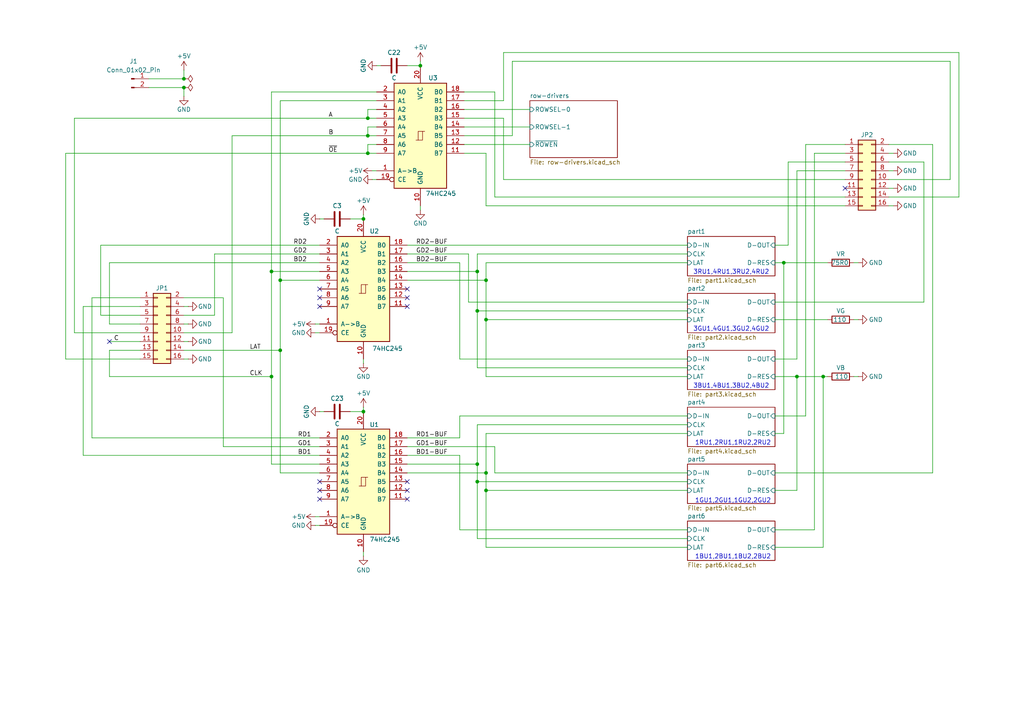
<source format=kicad_sch>
(kicad_sch
	(version 20231120)
	(generator "eeschema")
	(generator_version "8.0")
	(uuid "68a8ae38-7cbe-4908-bee0-004819ef8599")
	(paper "A4")
	(title_block
		(title "DECODING AND CONTROL")
		(date "2025-03-24")
		(rev "2009-06-20")
		(comment 1 "SEETOP-PH12-(1/4)4N.PCB")
	)
	(lib_symbols
		(symbol "74xx:74HC245"
			(pin_names
				(offset 1.016)
			)
			(exclude_from_sim no)
			(in_bom yes)
			(on_board yes)
			(property "Reference" "U"
				(at -7.62 16.51 0)
				(effects
					(font
						(size 1.27 1.27)
					)
				)
			)
			(property "Value" "74HC245"
				(at -7.62 -16.51 0)
				(effects
					(font
						(size 1.27 1.27)
					)
				)
			)
			(property "Footprint" ""
				(at 0 0 0)
				(effects
					(font
						(size 1.27 1.27)
					)
					(hide yes)
				)
			)
			(property "Datasheet" "http://www.ti.com/lit/gpn/sn74HC245"
				(at 0 0 0)
				(effects
					(font
						(size 1.27 1.27)
					)
					(hide yes)
				)
			)
			(property "Description" "Octal BUS Transceivers, 3-State outputs"
				(at 0 0 0)
				(effects
					(font
						(size 1.27 1.27)
					)
					(hide yes)
				)
			)
			(property "ki_locked" ""
				(at 0 0 0)
				(effects
					(font
						(size 1.27 1.27)
					)
				)
			)
			(property "ki_keywords" "HCMOS BUS 3State"
				(at 0 0 0)
				(effects
					(font
						(size 1.27 1.27)
					)
					(hide yes)
				)
			)
			(property "ki_fp_filters" "DIP?20*"
				(at 0 0 0)
				(effects
					(font
						(size 1.27 1.27)
					)
					(hide yes)
				)
			)
			(symbol "74HC245_1_0"
				(polyline
					(pts
						(xy -0.635 -1.27) (xy -0.635 1.27) (xy 0.635 1.27)
					)
					(stroke
						(width 0)
						(type default)
					)
					(fill
						(type none)
					)
				)
				(polyline
					(pts
						(xy -1.27 -1.27) (xy 0.635 -1.27) (xy 0.635 1.27) (xy 1.27 1.27)
					)
					(stroke
						(width 0)
						(type default)
					)
					(fill
						(type none)
					)
				)
				(pin input line
					(at -12.7 -10.16 0)
					(length 5.08)
					(name "A->B"
						(effects
							(font
								(size 1.27 1.27)
							)
						)
					)
					(number "1"
						(effects
							(font
								(size 1.27 1.27)
							)
						)
					)
				)
				(pin power_in line
					(at 0 -20.32 90)
					(length 5.08)
					(name "GND"
						(effects
							(font
								(size 1.27 1.27)
							)
						)
					)
					(number "10"
						(effects
							(font
								(size 1.27 1.27)
							)
						)
					)
				)
				(pin tri_state line
					(at 12.7 -5.08 180)
					(length 5.08)
					(name "B7"
						(effects
							(font
								(size 1.27 1.27)
							)
						)
					)
					(number "11"
						(effects
							(font
								(size 1.27 1.27)
							)
						)
					)
				)
				(pin tri_state line
					(at 12.7 -2.54 180)
					(length 5.08)
					(name "B6"
						(effects
							(font
								(size 1.27 1.27)
							)
						)
					)
					(number "12"
						(effects
							(font
								(size 1.27 1.27)
							)
						)
					)
				)
				(pin tri_state line
					(at 12.7 0 180)
					(length 5.08)
					(name "B5"
						(effects
							(font
								(size 1.27 1.27)
							)
						)
					)
					(number "13"
						(effects
							(font
								(size 1.27 1.27)
							)
						)
					)
				)
				(pin tri_state line
					(at 12.7 2.54 180)
					(length 5.08)
					(name "B4"
						(effects
							(font
								(size 1.27 1.27)
							)
						)
					)
					(number "14"
						(effects
							(font
								(size 1.27 1.27)
							)
						)
					)
				)
				(pin tri_state line
					(at 12.7 5.08 180)
					(length 5.08)
					(name "B3"
						(effects
							(font
								(size 1.27 1.27)
							)
						)
					)
					(number "15"
						(effects
							(font
								(size 1.27 1.27)
							)
						)
					)
				)
				(pin tri_state line
					(at 12.7 7.62 180)
					(length 5.08)
					(name "B2"
						(effects
							(font
								(size 1.27 1.27)
							)
						)
					)
					(number "16"
						(effects
							(font
								(size 1.27 1.27)
							)
						)
					)
				)
				(pin tri_state line
					(at 12.7 10.16 180)
					(length 5.08)
					(name "B1"
						(effects
							(font
								(size 1.27 1.27)
							)
						)
					)
					(number "17"
						(effects
							(font
								(size 1.27 1.27)
							)
						)
					)
				)
				(pin tri_state line
					(at 12.7 12.7 180)
					(length 5.08)
					(name "B0"
						(effects
							(font
								(size 1.27 1.27)
							)
						)
					)
					(number "18"
						(effects
							(font
								(size 1.27 1.27)
							)
						)
					)
				)
				(pin input inverted
					(at -12.7 -12.7 0)
					(length 5.08)
					(name "CE"
						(effects
							(font
								(size 1.27 1.27)
							)
						)
					)
					(number "19"
						(effects
							(font
								(size 1.27 1.27)
							)
						)
					)
				)
				(pin tri_state line
					(at -12.7 12.7 0)
					(length 5.08)
					(name "A0"
						(effects
							(font
								(size 1.27 1.27)
							)
						)
					)
					(number "2"
						(effects
							(font
								(size 1.27 1.27)
							)
						)
					)
				)
				(pin power_in line
					(at 0 20.32 270)
					(length 5.08)
					(name "VCC"
						(effects
							(font
								(size 1.27 1.27)
							)
						)
					)
					(number "20"
						(effects
							(font
								(size 1.27 1.27)
							)
						)
					)
				)
				(pin tri_state line
					(at -12.7 10.16 0)
					(length 5.08)
					(name "A1"
						(effects
							(font
								(size 1.27 1.27)
							)
						)
					)
					(number "3"
						(effects
							(font
								(size 1.27 1.27)
							)
						)
					)
				)
				(pin tri_state line
					(at -12.7 7.62 0)
					(length 5.08)
					(name "A2"
						(effects
							(font
								(size 1.27 1.27)
							)
						)
					)
					(number "4"
						(effects
							(font
								(size 1.27 1.27)
							)
						)
					)
				)
				(pin tri_state line
					(at -12.7 5.08 0)
					(length 5.08)
					(name "A3"
						(effects
							(font
								(size 1.27 1.27)
							)
						)
					)
					(number "5"
						(effects
							(font
								(size 1.27 1.27)
							)
						)
					)
				)
				(pin tri_state line
					(at -12.7 2.54 0)
					(length 5.08)
					(name "A4"
						(effects
							(font
								(size 1.27 1.27)
							)
						)
					)
					(number "6"
						(effects
							(font
								(size 1.27 1.27)
							)
						)
					)
				)
				(pin tri_state line
					(at -12.7 0 0)
					(length 5.08)
					(name "A5"
						(effects
							(font
								(size 1.27 1.27)
							)
						)
					)
					(number "7"
						(effects
							(font
								(size 1.27 1.27)
							)
						)
					)
				)
				(pin tri_state line
					(at -12.7 -2.54 0)
					(length 5.08)
					(name "A6"
						(effects
							(font
								(size 1.27 1.27)
							)
						)
					)
					(number "8"
						(effects
							(font
								(size 1.27 1.27)
							)
						)
					)
				)
				(pin tri_state line
					(at -12.7 -5.08 0)
					(length 5.08)
					(name "A7"
						(effects
							(font
								(size 1.27 1.27)
							)
						)
					)
					(number "9"
						(effects
							(font
								(size 1.27 1.27)
							)
						)
					)
				)
			)
			(symbol "74HC245_1_1"
				(rectangle
					(start -7.62 15.24)
					(end 7.62 -15.24)
					(stroke
						(width 0.254)
						(type default)
					)
					(fill
						(type background)
					)
				)
			)
		)
		(symbol "Connector:Conn_01x02_Pin"
			(pin_names
				(offset 1.016) hide)
			(exclude_from_sim no)
			(in_bom yes)
			(on_board yes)
			(property "Reference" "J"
				(at 0 2.54 0)
				(effects
					(font
						(size 1.27 1.27)
					)
				)
			)
			(property "Value" "Conn_01x02_Pin"
				(at 0 -5.08 0)
				(effects
					(font
						(size 1.27 1.27)
					)
				)
			)
			(property "Footprint" ""
				(at 0 0 0)
				(effects
					(font
						(size 1.27 1.27)
					)
					(hide yes)
				)
			)
			(property "Datasheet" "~"
				(at 0 0 0)
				(effects
					(font
						(size 1.27 1.27)
					)
					(hide yes)
				)
			)
			(property "Description" "Generic connector, single row, 01x02, script generated"
				(at 0 0 0)
				(effects
					(font
						(size 1.27 1.27)
					)
					(hide yes)
				)
			)
			(property "ki_locked" ""
				(at 0 0 0)
				(effects
					(font
						(size 1.27 1.27)
					)
				)
			)
			(property "ki_keywords" "connector"
				(at 0 0 0)
				(effects
					(font
						(size 1.27 1.27)
					)
					(hide yes)
				)
			)
			(property "ki_fp_filters" "Connector*:*_1x??_*"
				(at 0 0 0)
				(effects
					(font
						(size 1.27 1.27)
					)
					(hide yes)
				)
			)
			(symbol "Conn_01x02_Pin_1_1"
				(polyline
					(pts
						(xy 1.27 -2.54) (xy 0.8636 -2.54)
					)
					(stroke
						(width 0.1524)
						(type default)
					)
					(fill
						(type none)
					)
				)
				(polyline
					(pts
						(xy 1.27 0) (xy 0.8636 0)
					)
					(stroke
						(width 0.1524)
						(type default)
					)
					(fill
						(type none)
					)
				)
				(rectangle
					(start 0.8636 -2.413)
					(end 0 -2.667)
					(stroke
						(width 0.1524)
						(type default)
					)
					(fill
						(type outline)
					)
				)
				(rectangle
					(start 0.8636 0.127)
					(end 0 -0.127)
					(stroke
						(width 0.1524)
						(type default)
					)
					(fill
						(type outline)
					)
				)
				(pin passive line
					(at 5.08 0 180)
					(length 3.81)
					(name "Pin_1"
						(effects
							(font
								(size 1.27 1.27)
							)
						)
					)
					(number "1"
						(effects
							(font
								(size 1.27 1.27)
							)
						)
					)
				)
				(pin passive line
					(at 5.08 -2.54 180)
					(length 3.81)
					(name "Pin_2"
						(effects
							(font
								(size 1.27 1.27)
							)
						)
					)
					(number "2"
						(effects
							(font
								(size 1.27 1.27)
							)
						)
					)
				)
			)
		)
		(symbol "Connector_Generic:Conn_02x08_Odd_Even"
			(pin_names
				(offset 1.016) hide)
			(exclude_from_sim no)
			(in_bom yes)
			(on_board yes)
			(property "Reference" "J"
				(at 1.27 10.16 0)
				(effects
					(font
						(size 1.27 1.27)
					)
				)
			)
			(property "Value" "Conn_02x08_Odd_Even"
				(at 1.27 -12.7 0)
				(effects
					(font
						(size 1.27 1.27)
					)
				)
			)
			(property "Footprint" ""
				(at 0 0 0)
				(effects
					(font
						(size 1.27 1.27)
					)
					(hide yes)
				)
			)
			(property "Datasheet" "~"
				(at 0 0 0)
				(effects
					(font
						(size 1.27 1.27)
					)
					(hide yes)
				)
			)
			(property "Description" "Generic connector, double row, 02x08, odd/even pin numbering scheme (row 1 odd numbers, row 2 even numbers), script generated (kicad-library-utils/schlib/autogen/connector/)"
				(at 0 0 0)
				(effects
					(font
						(size 1.27 1.27)
					)
					(hide yes)
				)
			)
			(property "ki_keywords" "connector"
				(at 0 0 0)
				(effects
					(font
						(size 1.27 1.27)
					)
					(hide yes)
				)
			)
			(property "ki_fp_filters" "Connector*:*_2x??_*"
				(at 0 0 0)
				(effects
					(font
						(size 1.27 1.27)
					)
					(hide yes)
				)
			)
			(symbol "Conn_02x08_Odd_Even_1_1"
				(rectangle
					(start -1.27 -10.033)
					(end 0 -10.287)
					(stroke
						(width 0.1524)
						(type default)
					)
					(fill
						(type none)
					)
				)
				(rectangle
					(start -1.27 -7.493)
					(end 0 -7.747)
					(stroke
						(width 0.1524)
						(type default)
					)
					(fill
						(type none)
					)
				)
				(rectangle
					(start -1.27 -4.953)
					(end 0 -5.207)
					(stroke
						(width 0.1524)
						(type default)
					)
					(fill
						(type none)
					)
				)
				(rectangle
					(start -1.27 -2.413)
					(end 0 -2.667)
					(stroke
						(width 0.1524)
						(type default)
					)
					(fill
						(type none)
					)
				)
				(rectangle
					(start -1.27 0.127)
					(end 0 -0.127)
					(stroke
						(width 0.1524)
						(type default)
					)
					(fill
						(type none)
					)
				)
				(rectangle
					(start -1.27 2.667)
					(end 0 2.413)
					(stroke
						(width 0.1524)
						(type default)
					)
					(fill
						(type none)
					)
				)
				(rectangle
					(start -1.27 5.207)
					(end 0 4.953)
					(stroke
						(width 0.1524)
						(type default)
					)
					(fill
						(type none)
					)
				)
				(rectangle
					(start -1.27 7.747)
					(end 0 7.493)
					(stroke
						(width 0.1524)
						(type default)
					)
					(fill
						(type none)
					)
				)
				(rectangle
					(start -1.27 8.89)
					(end 3.81 -11.43)
					(stroke
						(width 0.254)
						(type default)
					)
					(fill
						(type background)
					)
				)
				(rectangle
					(start 3.81 -10.033)
					(end 2.54 -10.287)
					(stroke
						(width 0.1524)
						(type default)
					)
					(fill
						(type none)
					)
				)
				(rectangle
					(start 3.81 -7.493)
					(end 2.54 -7.747)
					(stroke
						(width 0.1524)
						(type default)
					)
					(fill
						(type none)
					)
				)
				(rectangle
					(start 3.81 -4.953)
					(end 2.54 -5.207)
					(stroke
						(width 0.1524)
						(type default)
					)
					(fill
						(type none)
					)
				)
				(rectangle
					(start 3.81 -2.413)
					(end 2.54 -2.667)
					(stroke
						(width 0.1524)
						(type default)
					)
					(fill
						(type none)
					)
				)
				(rectangle
					(start 3.81 0.127)
					(end 2.54 -0.127)
					(stroke
						(width 0.1524)
						(type default)
					)
					(fill
						(type none)
					)
				)
				(rectangle
					(start 3.81 2.667)
					(end 2.54 2.413)
					(stroke
						(width 0.1524)
						(type default)
					)
					(fill
						(type none)
					)
				)
				(rectangle
					(start 3.81 5.207)
					(end 2.54 4.953)
					(stroke
						(width 0.1524)
						(type default)
					)
					(fill
						(type none)
					)
				)
				(rectangle
					(start 3.81 7.747)
					(end 2.54 7.493)
					(stroke
						(width 0.1524)
						(type default)
					)
					(fill
						(type none)
					)
				)
				(pin passive line
					(at -5.08 7.62 0)
					(length 3.81)
					(name "Pin_1"
						(effects
							(font
								(size 1.27 1.27)
							)
						)
					)
					(number "1"
						(effects
							(font
								(size 1.27 1.27)
							)
						)
					)
				)
				(pin passive line
					(at 7.62 -2.54 180)
					(length 3.81)
					(name "Pin_10"
						(effects
							(font
								(size 1.27 1.27)
							)
						)
					)
					(number "10"
						(effects
							(font
								(size 1.27 1.27)
							)
						)
					)
				)
				(pin passive line
					(at -5.08 -5.08 0)
					(length 3.81)
					(name "Pin_11"
						(effects
							(font
								(size 1.27 1.27)
							)
						)
					)
					(number "11"
						(effects
							(font
								(size 1.27 1.27)
							)
						)
					)
				)
				(pin passive line
					(at 7.62 -5.08 180)
					(length 3.81)
					(name "Pin_12"
						(effects
							(font
								(size 1.27 1.27)
							)
						)
					)
					(number "12"
						(effects
							(font
								(size 1.27 1.27)
							)
						)
					)
				)
				(pin passive line
					(at -5.08 -7.62 0)
					(length 3.81)
					(name "Pin_13"
						(effects
							(font
								(size 1.27 1.27)
							)
						)
					)
					(number "13"
						(effects
							(font
								(size 1.27 1.27)
							)
						)
					)
				)
				(pin passive line
					(at 7.62 -7.62 180)
					(length 3.81)
					(name "Pin_14"
						(effects
							(font
								(size 1.27 1.27)
							)
						)
					)
					(number "14"
						(effects
							(font
								(size 1.27 1.27)
							)
						)
					)
				)
				(pin passive line
					(at -5.08 -10.16 0)
					(length 3.81)
					(name "Pin_15"
						(effects
							(font
								(size 1.27 1.27)
							)
						)
					)
					(number "15"
						(effects
							(font
								(size 1.27 1.27)
							)
						)
					)
				)
				(pin passive line
					(at 7.62 -10.16 180)
					(length 3.81)
					(name "Pin_16"
						(effects
							(font
								(size 1.27 1.27)
							)
						)
					)
					(number "16"
						(effects
							(font
								(size 1.27 1.27)
							)
						)
					)
				)
				(pin passive line
					(at 7.62 7.62 180)
					(length 3.81)
					(name "Pin_2"
						(effects
							(font
								(size 1.27 1.27)
							)
						)
					)
					(number "2"
						(effects
							(font
								(size 1.27 1.27)
							)
						)
					)
				)
				(pin passive line
					(at -5.08 5.08 0)
					(length 3.81)
					(name "Pin_3"
						(effects
							(font
								(size 1.27 1.27)
							)
						)
					)
					(number "3"
						(effects
							(font
								(size 1.27 1.27)
							)
						)
					)
				)
				(pin passive line
					(at 7.62 5.08 180)
					(length 3.81)
					(name "Pin_4"
						(effects
							(font
								(size 1.27 1.27)
							)
						)
					)
					(number "4"
						(effects
							(font
								(size 1.27 1.27)
							)
						)
					)
				)
				(pin passive line
					(at -5.08 2.54 0)
					(length 3.81)
					(name "Pin_5"
						(effects
							(font
								(size 1.27 1.27)
							)
						)
					)
					(number "5"
						(effects
							(font
								(size 1.27 1.27)
							)
						)
					)
				)
				(pin passive line
					(at 7.62 2.54 180)
					(length 3.81)
					(name "Pin_6"
						(effects
							(font
								(size 1.27 1.27)
							)
						)
					)
					(number "6"
						(effects
							(font
								(size 1.27 1.27)
							)
						)
					)
				)
				(pin passive line
					(at -5.08 0 0)
					(length 3.81)
					(name "Pin_7"
						(effects
							(font
								(size 1.27 1.27)
							)
						)
					)
					(number "7"
						(effects
							(font
								(size 1.27 1.27)
							)
						)
					)
				)
				(pin passive line
					(at 7.62 0 180)
					(length 3.81)
					(name "Pin_8"
						(effects
							(font
								(size 1.27 1.27)
							)
						)
					)
					(number "8"
						(effects
							(font
								(size 1.27 1.27)
							)
						)
					)
				)
				(pin passive line
					(at -5.08 -2.54 0)
					(length 3.81)
					(name "Pin_9"
						(effects
							(font
								(size 1.27 1.27)
							)
						)
					)
					(number "9"
						(effects
							(font
								(size 1.27 1.27)
							)
						)
					)
				)
			)
		)
		(symbol "Device:C"
			(pin_numbers hide)
			(pin_names
				(offset 0.254)
			)
			(exclude_from_sim no)
			(in_bom yes)
			(on_board yes)
			(property "Reference" "C"
				(at 0.635 2.54 0)
				(effects
					(font
						(size 1.27 1.27)
					)
					(justify left)
				)
			)
			(property "Value" "C"
				(at 0.635 -2.54 0)
				(effects
					(font
						(size 1.27 1.27)
					)
					(justify left)
				)
			)
			(property "Footprint" ""
				(at 0.9652 -3.81 0)
				(effects
					(font
						(size 1.27 1.27)
					)
					(hide yes)
				)
			)
			(property "Datasheet" "~"
				(at 0 0 0)
				(effects
					(font
						(size 1.27 1.27)
					)
					(hide yes)
				)
			)
			(property "Description" "Unpolarized capacitor"
				(at 0 0 0)
				(effects
					(font
						(size 1.27 1.27)
					)
					(hide yes)
				)
			)
			(property "ki_keywords" "cap capacitor"
				(at 0 0 0)
				(effects
					(font
						(size 1.27 1.27)
					)
					(hide yes)
				)
			)
			(property "ki_fp_filters" "C_*"
				(at 0 0 0)
				(effects
					(font
						(size 1.27 1.27)
					)
					(hide yes)
				)
			)
			(symbol "C_0_1"
				(polyline
					(pts
						(xy -2.032 -0.762) (xy 2.032 -0.762)
					)
					(stroke
						(width 0.508)
						(type default)
					)
					(fill
						(type none)
					)
				)
				(polyline
					(pts
						(xy -2.032 0.762) (xy 2.032 0.762)
					)
					(stroke
						(width 0.508)
						(type default)
					)
					(fill
						(type none)
					)
				)
			)
			(symbol "C_1_1"
				(pin passive line
					(at 0 3.81 270)
					(length 2.794)
					(name "~"
						(effects
							(font
								(size 1.27 1.27)
							)
						)
					)
					(number "1"
						(effects
							(font
								(size 1.27 1.27)
							)
						)
					)
				)
				(pin passive line
					(at 0 -3.81 90)
					(length 2.794)
					(name "~"
						(effects
							(font
								(size 1.27 1.27)
							)
						)
					)
					(number "2"
						(effects
							(font
								(size 1.27 1.27)
							)
						)
					)
				)
			)
		)
		(symbol "Device:R"
			(pin_numbers hide)
			(pin_names
				(offset 0)
			)
			(exclude_from_sim no)
			(in_bom yes)
			(on_board yes)
			(property "Reference" "R"
				(at 2.032 0 90)
				(effects
					(font
						(size 1.27 1.27)
					)
				)
			)
			(property "Value" "R"
				(at 0 0 90)
				(effects
					(font
						(size 1.27 1.27)
					)
				)
			)
			(property "Footprint" ""
				(at -1.778 0 90)
				(effects
					(font
						(size 1.27 1.27)
					)
					(hide yes)
				)
			)
			(property "Datasheet" "~"
				(at 0 0 0)
				(effects
					(font
						(size 1.27 1.27)
					)
					(hide yes)
				)
			)
			(property "Description" "Resistor"
				(at 0 0 0)
				(effects
					(font
						(size 1.27 1.27)
					)
					(hide yes)
				)
			)
			(property "ki_keywords" "R res resistor"
				(at 0 0 0)
				(effects
					(font
						(size 1.27 1.27)
					)
					(hide yes)
				)
			)
			(property "ki_fp_filters" "R_*"
				(at 0 0 0)
				(effects
					(font
						(size 1.27 1.27)
					)
					(hide yes)
				)
			)
			(symbol "R_0_1"
				(rectangle
					(start -1.016 -2.54)
					(end 1.016 2.54)
					(stroke
						(width 0.254)
						(type default)
					)
					(fill
						(type none)
					)
				)
			)
			(symbol "R_1_1"
				(pin passive line
					(at 0 3.81 270)
					(length 1.27)
					(name "~"
						(effects
							(font
								(size 1.27 1.27)
							)
						)
					)
					(number "1"
						(effects
							(font
								(size 1.27 1.27)
							)
						)
					)
				)
				(pin passive line
					(at 0 -3.81 90)
					(length 1.27)
					(name "~"
						(effects
							(font
								(size 1.27 1.27)
							)
						)
					)
					(number "2"
						(effects
							(font
								(size 1.27 1.27)
							)
						)
					)
				)
			)
		)
		(symbol "power:+5V"
			(power)
			(pin_numbers hide)
			(pin_names
				(offset 0) hide)
			(exclude_from_sim no)
			(in_bom yes)
			(on_board yes)
			(property "Reference" "#PWR"
				(at 0 -3.81 0)
				(effects
					(font
						(size 1.27 1.27)
					)
					(hide yes)
				)
			)
			(property "Value" "+5V"
				(at 0 3.556 0)
				(effects
					(font
						(size 1.27 1.27)
					)
				)
			)
			(property "Footprint" ""
				(at 0 0 0)
				(effects
					(font
						(size 1.27 1.27)
					)
					(hide yes)
				)
			)
			(property "Datasheet" ""
				(at 0 0 0)
				(effects
					(font
						(size 1.27 1.27)
					)
					(hide yes)
				)
			)
			(property "Description" "Power symbol creates a global label with name \"+5V\""
				(at 0 0 0)
				(effects
					(font
						(size 1.27 1.27)
					)
					(hide yes)
				)
			)
			(property "ki_keywords" "global power"
				(at 0 0 0)
				(effects
					(font
						(size 1.27 1.27)
					)
					(hide yes)
				)
			)
			(symbol "+5V_0_1"
				(polyline
					(pts
						(xy -0.762 1.27) (xy 0 2.54)
					)
					(stroke
						(width 0)
						(type default)
					)
					(fill
						(type none)
					)
				)
				(polyline
					(pts
						(xy 0 0) (xy 0 2.54)
					)
					(stroke
						(width 0)
						(type default)
					)
					(fill
						(type none)
					)
				)
				(polyline
					(pts
						(xy 0 2.54) (xy 0.762 1.27)
					)
					(stroke
						(width 0)
						(type default)
					)
					(fill
						(type none)
					)
				)
			)
			(symbol "+5V_1_1"
				(pin power_in line
					(at 0 0 90)
					(length 0)
					(name "~"
						(effects
							(font
								(size 1.27 1.27)
							)
						)
					)
					(number "1"
						(effects
							(font
								(size 1.27 1.27)
							)
						)
					)
				)
			)
		)
		(symbol "power:GND"
			(power)
			(pin_numbers hide)
			(pin_names
				(offset 0) hide)
			(exclude_from_sim no)
			(in_bom yes)
			(on_board yes)
			(property "Reference" "#PWR"
				(at 0 -6.35 0)
				(effects
					(font
						(size 1.27 1.27)
					)
					(hide yes)
				)
			)
			(property "Value" "GND"
				(at 0 -3.81 0)
				(effects
					(font
						(size 1.27 1.27)
					)
				)
			)
			(property "Footprint" ""
				(at 0 0 0)
				(effects
					(font
						(size 1.27 1.27)
					)
					(hide yes)
				)
			)
			(property "Datasheet" ""
				(at 0 0 0)
				(effects
					(font
						(size 1.27 1.27)
					)
					(hide yes)
				)
			)
			(property "Description" "Power symbol creates a global label with name \"GND\" , ground"
				(at 0 0 0)
				(effects
					(font
						(size 1.27 1.27)
					)
					(hide yes)
				)
			)
			(property "ki_keywords" "global power"
				(at 0 0 0)
				(effects
					(font
						(size 1.27 1.27)
					)
					(hide yes)
				)
			)
			(symbol "GND_0_1"
				(polyline
					(pts
						(xy 0 0) (xy 0 -1.27) (xy 1.27 -1.27) (xy 0 -2.54) (xy -1.27 -1.27) (xy 0 -1.27)
					)
					(stroke
						(width 0)
						(type default)
					)
					(fill
						(type none)
					)
				)
			)
			(symbol "GND_1_1"
				(pin power_in line
					(at 0 0 270)
					(length 0)
					(name "~"
						(effects
							(font
								(size 1.27 1.27)
							)
						)
					)
					(number "1"
						(effects
							(font
								(size 1.27 1.27)
							)
						)
					)
				)
			)
		)
		(symbol "power:PWR_FLAG"
			(power)
			(pin_numbers hide)
			(pin_names
				(offset 0) hide)
			(exclude_from_sim no)
			(in_bom yes)
			(on_board yes)
			(property "Reference" "#FLG"
				(at 0 1.905 0)
				(effects
					(font
						(size 1.27 1.27)
					)
					(hide yes)
				)
			)
			(property "Value" "PWR_FLAG"
				(at 0 3.81 0)
				(effects
					(font
						(size 1.27 1.27)
					)
				)
			)
			(property "Footprint" ""
				(at 0 0 0)
				(effects
					(font
						(size 1.27 1.27)
					)
					(hide yes)
				)
			)
			(property "Datasheet" "~"
				(at 0 0 0)
				(effects
					(font
						(size 1.27 1.27)
					)
					(hide yes)
				)
			)
			(property "Description" "Special symbol for telling ERC where power comes from"
				(at 0 0 0)
				(effects
					(font
						(size 1.27 1.27)
					)
					(hide yes)
				)
			)
			(property "ki_keywords" "flag power"
				(at 0 0 0)
				(effects
					(font
						(size 1.27 1.27)
					)
					(hide yes)
				)
			)
			(symbol "PWR_FLAG_0_0"
				(pin power_out line
					(at 0 0 90)
					(length 0)
					(name "~"
						(effects
							(font
								(size 1.27 1.27)
							)
						)
					)
					(number "1"
						(effects
							(font
								(size 1.27 1.27)
							)
						)
					)
				)
			)
			(symbol "PWR_FLAG_0_1"
				(polyline
					(pts
						(xy 0 0) (xy 0 1.27) (xy -1.016 1.905) (xy 0 2.54) (xy 1.016 1.905) (xy 0 1.27)
					)
					(stroke
						(width 0)
						(type default)
					)
					(fill
						(type none)
					)
				)
			)
		)
	)
	(junction
		(at 105.41 119.38)
		(diameter 0)
		(color 0 0 0 0)
		(uuid "0128d0a9-70d4-4a43-bcab-57077c0e008d")
	)
	(junction
		(at 78.74 109.22)
		(diameter 0)
		(color 0 0 0 0)
		(uuid "2028350e-d8eb-4a8e-a9b3-b6b135b32a7f")
	)
	(junction
		(at 140.97 92.71)
		(diameter 0)
		(color 0 0 0 0)
		(uuid "235c9401-9e5a-402d-8d3c-106053f4981d")
	)
	(junction
		(at 106.68 44.45)
		(diameter 0)
		(color 0 0 0 0)
		(uuid "24e1868b-acab-4fc2-9960-859a911fa46d")
	)
	(junction
		(at 138.43 78.74)
		(diameter 0)
		(color 0 0 0 0)
		(uuid "25a769b7-015e-423b-ab84-4d9137e0188b")
	)
	(junction
		(at 140.97 81.28)
		(diameter 0)
		(color 0 0 0 0)
		(uuid "420186a8-fbe3-411e-83c6-415f6a9e62aa")
	)
	(junction
		(at 227.33 76.2)
		(diameter 0)
		(color 0 0 0 0)
		(uuid "488b2bc3-0e3d-44ef-9645-4911fbb2b63c")
	)
	(junction
		(at 138.43 134.62)
		(diameter 0)
		(color 0 0 0 0)
		(uuid "57e978ee-74d9-45e6-a28a-9acc7b54ec83")
	)
	(junction
		(at 78.74 78.74)
		(diameter 0)
		(color 0 0 0 0)
		(uuid "5cfbfc84-525a-4c3e-8d8b-178eec68bbc3")
	)
	(junction
		(at 53.34 25.4)
		(diameter 0)
		(color 0 0 0 0)
		(uuid "6c48883d-add3-4aaf-8e8b-daf4b082bced")
	)
	(junction
		(at 106.68 34.29)
		(diameter 0)
		(color 0 0 0 0)
		(uuid "7148d9bb-a52c-4ed1-8e9a-063198e0e799")
	)
	(junction
		(at 106.68 39.37)
		(diameter 0)
		(color 0 0 0 0)
		(uuid "836f891a-61cb-4178-a21e-ca09e8ce28c3")
	)
	(junction
		(at 238.76 109.22)
		(diameter 0)
		(color 0 0 0 0)
		(uuid "93a1529b-2ff1-42af-ab5d-619ef7be1a18")
	)
	(junction
		(at 140.97 142.24)
		(diameter 0)
		(color 0 0 0 0)
		(uuid "9ae41e49-f939-4ad9-90c9-20c9d7edabcc")
	)
	(junction
		(at 53.34 22.86)
		(diameter 0)
		(color 0 0 0 0)
		(uuid "ac71559d-3382-405e-9865-1a3a322d485f")
	)
	(junction
		(at 138.43 139.7)
		(diameter 0)
		(color 0 0 0 0)
		(uuid "af2feb3a-5dfb-4c44-a62b-5c412cd16134")
	)
	(junction
		(at 140.97 137.16)
		(diameter 0)
		(color 0 0 0 0)
		(uuid "b044f4a0-1041-47e2-a562-0e56ebf0de2b")
	)
	(junction
		(at 81.28 101.6)
		(diameter 0)
		(color 0 0 0 0)
		(uuid "bde219c2-15c0-427e-ac6c-fa20cd01b645")
	)
	(junction
		(at 231.14 109.22)
		(diameter 0)
		(color 0 0 0 0)
		(uuid "bfda4070-23c6-44e7-a188-9713c9f822cb")
	)
	(junction
		(at 105.41 63.5)
		(diameter 0)
		(color 0 0 0 0)
		(uuid "c8fab0f1-d24b-4c71-8592-cdf51f1b57bf")
	)
	(junction
		(at 138.43 90.17)
		(diameter 0)
		(color 0 0 0 0)
		(uuid "ccbd02bb-1fce-487a-ada3-d008f5ccd8b2")
	)
	(junction
		(at 81.28 81.28)
		(diameter 0)
		(color 0 0 0 0)
		(uuid "ed56878d-40e0-40f4-803d-945ab640ebb2")
	)
	(junction
		(at 121.92 19.05)
		(diameter 0)
		(color 0 0 0 0)
		(uuid "fff0f13b-a547-4ca6-a994-5370549ac996")
	)
	(no_connect
		(at 92.71 88.9)
		(uuid "00f553bf-2355-4ad6-8eaf-caf5f15ebe52")
	)
	(no_connect
		(at 118.11 88.9)
		(uuid "01f3bf51-960b-4d92-add7-5e6bb09bcfd2")
	)
	(no_connect
		(at 92.71 142.24)
		(uuid "318e8eb6-b053-44a0-b7eb-5eb36846d2e1")
	)
	(no_connect
		(at 92.71 86.36)
		(uuid "6632e300-507f-40db-b3d0-7bc2440be47d")
	)
	(no_connect
		(at 118.11 83.82)
		(uuid "6a7c97f3-34da-4574-a1f0-fa2667a81b69")
	)
	(no_connect
		(at 245.11 54.61)
		(uuid "973e322d-f0d1-4690-ab19-0ad3f56ab996")
	)
	(no_connect
		(at 118.11 144.78)
		(uuid "9b7a3db2-f179-49ef-8048-9dc91d6c13d5")
	)
	(no_connect
		(at 92.71 139.7)
		(uuid "a3bc889b-210b-4a94-aab5-4b029a78538a")
	)
	(no_connect
		(at 92.71 83.82)
		(uuid "a77e16b0-e01c-4682-9551-e76a8eb968d7")
	)
	(no_connect
		(at 118.11 142.24)
		(uuid "bb695e31-1445-4ef4-800c-a6c0bb6bfc8c")
	)
	(no_connect
		(at 31.75 99.06)
		(uuid "d23000cc-3eb8-4397-9a67-90149e93debb")
	)
	(no_connect
		(at 118.11 86.36)
		(uuid "dae8953f-bfd8-4315-b377-f7e2e749d4a0")
	)
	(no_connect
		(at 118.11 139.7)
		(uuid "f2fb6e76-1948-4fef-b3e4-a06538c5d28b")
	)
	(no_connect
		(at 92.71 144.78)
		(uuid "fd5c3b46-dbdd-418e-bdce-039fe16f44cc")
	)
	(wire
		(pts
			(xy 19.05 44.45) (xy 19.05 104.14)
		)
		(stroke
			(width 0)
			(type default)
		)
		(uuid "00725842-5b7f-4bef-bec4-fc0426fa9a0f")
	)
	(wire
		(pts
			(xy 236.22 44.45) (xy 236.22 153.67)
		)
		(stroke
			(width 0)
			(type default)
		)
		(uuid "00e0335d-de08-42d4-b88d-0abd80ee9ea4")
	)
	(wire
		(pts
			(xy 135.89 73.66) (xy 135.89 87.63)
		)
		(stroke
			(width 0)
			(type default)
		)
		(uuid "028a31e4-4fa1-4f70-a642-b8c99cc565e2")
	)
	(wire
		(pts
			(xy 138.43 78.74) (xy 118.11 78.74)
		)
		(stroke
			(width 0)
			(type default)
		)
		(uuid "03be7f69-85fb-41cd-8eb8-1048b3eb0678")
	)
	(wire
		(pts
			(xy 81.28 29.21) (xy 81.28 81.28)
		)
		(stroke
			(width 0)
			(type default)
		)
		(uuid "03c9e812-210b-4768-a7bd-7b8951db52ae")
	)
	(wire
		(pts
			(xy 146.05 34.29) (xy 146.05 52.07)
		)
		(stroke
			(width 0)
			(type default)
		)
		(uuid "05e82c06-2e60-4e83-a22c-31bd4532c7d2")
	)
	(wire
		(pts
			(xy 106.68 31.75) (xy 106.68 34.29)
		)
		(stroke
			(width 0)
			(type default)
		)
		(uuid "09f50d42-0bf3-4790-ab48-b4642402bdf3")
	)
	(wire
		(pts
			(xy 227.33 76.2) (xy 240.03 76.2)
		)
		(stroke
			(width 0)
			(type default)
		)
		(uuid "0a23047a-79cd-432f-ae30-98e34ea39537")
	)
	(wire
		(pts
			(xy 31.75 76.2) (xy 92.71 76.2)
		)
		(stroke
			(width 0)
			(type default)
		)
		(uuid "0af3bf4f-aa22-4999-bd7d-6400aa9f300f")
	)
	(wire
		(pts
			(xy 53.34 104.14) (xy 54.61 104.14)
		)
		(stroke
			(width 0)
			(type default)
		)
		(uuid "0b36ef72-b047-4d5b-93c6-732c94050b0c")
	)
	(wire
		(pts
			(xy 29.21 71.12) (xy 92.71 71.12)
		)
		(stroke
			(width 0)
			(type default)
		)
		(uuid "0b5cfc15-7dc4-46cf-bd4d-b7fa8ca13da7")
	)
	(wire
		(pts
			(xy 238.76 109.22) (xy 238.76 158.75)
		)
		(stroke
			(width 0)
			(type default)
		)
		(uuid "12e32bab-100c-4d20-a47a-0bb046b2b5c3")
	)
	(wire
		(pts
			(xy 105.41 118.11) (xy 105.41 119.38)
		)
		(stroke
			(width 0)
			(type default)
		)
		(uuid "166d901d-3fd5-43c8-a1e5-2f7375bc27ec")
	)
	(wire
		(pts
			(xy 270.51 41.91) (xy 257.81 41.91)
		)
		(stroke
			(width 0)
			(type default)
		)
		(uuid "17bdc274-6980-4a02-945c-a0f468937086")
	)
	(wire
		(pts
			(xy 257.81 52.07) (xy 275.59 52.07)
		)
		(stroke
			(width 0)
			(type default)
		)
		(uuid "189686ed-69f4-45e6-b744-f8ad268b4c43")
	)
	(wire
		(pts
			(xy 24.13 132.08) (xy 24.13 88.9)
		)
		(stroke
			(width 0)
			(type default)
		)
		(uuid "1e3f5753-a3fe-424c-84f6-de13a6a6bc96")
	)
	(wire
		(pts
			(xy 64.77 86.36) (xy 53.34 86.36)
		)
		(stroke
			(width 0)
			(type default)
		)
		(uuid "1eba829e-b52e-4ccd-ba16-ef7c3d9b1b03")
	)
	(wire
		(pts
			(xy 257.81 44.45) (xy 259.08 44.45)
		)
		(stroke
			(width 0)
			(type default)
		)
		(uuid "1f033038-4c5f-4742-87dd-13ecf9a56155")
	)
	(wire
		(pts
			(xy 106.68 41.91) (xy 109.22 41.91)
		)
		(stroke
			(width 0)
			(type default)
		)
		(uuid "1fb7d95b-b4fd-4814-b91c-23ba25ee5e8c")
	)
	(wire
		(pts
			(xy 92.71 132.08) (xy 24.13 132.08)
		)
		(stroke
			(width 0)
			(type default)
		)
		(uuid "200cd0b1-b17a-4993-bdc7-bd85f68f00e3")
	)
	(wire
		(pts
			(xy 148.59 17.78) (xy 275.59 17.78)
		)
		(stroke
			(width 0)
			(type default)
		)
		(uuid "217a851a-3566-44bd-b47f-19cc0ecd906f")
	)
	(wire
		(pts
			(xy 138.43 134.62) (xy 138.43 123.19)
		)
		(stroke
			(width 0)
			(type default)
		)
		(uuid "218cb4d7-d5c3-4ada-9819-d7a94939fefb")
	)
	(wire
		(pts
			(xy 31.75 99.06) (xy 40.64 99.06)
		)
		(stroke
			(width 0)
			(type default)
		)
		(uuid "228c9515-4480-4d2b-99a1-13ae61d053ad")
	)
	(wire
		(pts
			(xy 101.6 63.5) (xy 105.41 63.5)
		)
		(stroke
			(width 0)
			(type default)
		)
		(uuid "22b4eada-68c1-411b-9255-2107cc54ea03")
	)
	(wire
		(pts
			(xy 21.59 96.52) (xy 40.64 96.52)
		)
		(stroke
			(width 0)
			(type default)
		)
		(uuid "23444c4f-7b47-41ad-be67-e95226c91200")
	)
	(wire
		(pts
			(xy 92.71 127) (xy 26.67 127)
		)
		(stroke
			(width 0)
			(type default)
		)
		(uuid "23cb1134-cbde-4221-9e96-04aaf5899737")
	)
	(wire
		(pts
			(xy 67.31 96.52) (xy 53.34 96.52)
		)
		(stroke
			(width 0)
			(type default)
		)
		(uuid "25607677-8517-4f86-926e-218000d51d64")
	)
	(wire
		(pts
			(xy 143.51 137.16) (xy 199.39 137.16)
		)
		(stroke
			(width 0)
			(type default)
		)
		(uuid "262a1909-7375-442c-a0fa-277c304028ea")
	)
	(wire
		(pts
			(xy 231.14 109.22) (xy 238.76 109.22)
		)
		(stroke
			(width 0)
			(type default)
		)
		(uuid "2816c2f4-596c-4ffc-9b1c-bd98fabbb3c0")
	)
	(wire
		(pts
			(xy 78.74 78.74) (xy 78.74 109.22)
		)
		(stroke
			(width 0)
			(type default)
		)
		(uuid "29142e5d-2593-4ff7-840a-45389b88f8ff")
	)
	(wire
		(pts
			(xy 29.21 91.44) (xy 40.64 91.44)
		)
		(stroke
			(width 0)
			(type default)
		)
		(uuid "2b815875-6e6e-4847-a21e-fd71eed2fdd9")
	)
	(wire
		(pts
			(xy 53.34 22.86) (xy 53.34 20.32)
		)
		(stroke
			(width 0)
			(type default)
		)
		(uuid "2c09815c-00db-4b17-a99f-15b516e32dcf")
	)
	(wire
		(pts
			(xy 140.97 92.71) (xy 140.97 109.22)
		)
		(stroke
			(width 0)
			(type default)
		)
		(uuid "31869f10-05fc-4f10-8a76-fecb1c515a9d")
	)
	(wire
		(pts
			(xy 78.74 109.22) (xy 31.75 109.22)
		)
		(stroke
			(width 0)
			(type default)
		)
		(uuid "319a28c7-6967-4511-a806-687e7a4a186d")
	)
	(wire
		(pts
			(xy 228.6 46.99) (xy 228.6 71.12)
		)
		(stroke
			(width 0)
			(type default)
		)
		(uuid "33389fd8-5d3b-4b92-8869-a2e3efcd74e0")
	)
	(wire
		(pts
			(xy 224.79 137.16) (xy 270.51 137.16)
		)
		(stroke
			(width 0)
			(type default)
		)
		(uuid "34311d27-775f-404a-9ab2-ba36c84b69f6")
	)
	(wire
		(pts
			(xy 224.79 109.22) (xy 231.14 109.22)
		)
		(stroke
			(width 0)
			(type default)
		)
		(uuid "348886a6-8144-4e3c-ae2b-d483b1441848")
	)
	(wire
		(pts
			(xy 106.68 44.45) (xy 109.22 44.45)
		)
		(stroke
			(width 0)
			(type default)
		)
		(uuid "350c4de2-1823-4e87-a469-14c2c30ce2ec")
	)
	(wire
		(pts
			(xy 29.21 71.12) (xy 29.21 91.44)
		)
		(stroke
			(width 0)
			(type default)
		)
		(uuid "3636b474-2124-42f9-9cc5-aa6ec15f7f87")
	)
	(wire
		(pts
			(xy 118.11 71.12) (xy 199.39 71.12)
		)
		(stroke
			(width 0)
			(type default)
		)
		(uuid "3676519d-c66d-4c91-9bbb-4f5981b05b4e")
	)
	(wire
		(pts
			(xy 106.68 39.37) (xy 109.22 39.37)
		)
		(stroke
			(width 0)
			(type default)
		)
		(uuid "36f93f55-a19c-4167-ad52-498774d59e41")
	)
	(wire
		(pts
			(xy 275.59 17.78) (xy 275.59 52.07)
		)
		(stroke
			(width 0)
			(type default)
		)
		(uuid "378f5582-19c5-42e8-9abd-b5064beaadce")
	)
	(wire
		(pts
			(xy 140.97 158.75) (xy 140.97 142.24)
		)
		(stroke
			(width 0)
			(type default)
		)
		(uuid "38330892-317d-41b2-a441-8779315390f6")
	)
	(wire
		(pts
			(xy 257.81 54.61) (xy 259.08 54.61)
		)
		(stroke
			(width 0)
			(type default)
		)
		(uuid "389a9263-14cb-40fb-ae71-975a965ff5f5")
	)
	(wire
		(pts
			(xy 109.22 29.21) (xy 81.28 29.21)
		)
		(stroke
			(width 0)
			(type default)
		)
		(uuid "3983eefa-70e9-497f-a38f-8e96e500d8d9")
	)
	(wire
		(pts
			(xy 91.44 96.52) (xy 92.71 96.52)
		)
		(stroke
			(width 0)
			(type default)
		)
		(uuid "3abf5abd-75f8-478d-8f23-b83eb7b2c8be")
	)
	(wire
		(pts
			(xy 146.05 52.07) (xy 245.11 52.07)
		)
		(stroke
			(width 0)
			(type default)
		)
		(uuid "3cd50523-e048-4b5c-a876-908fd7826cce")
	)
	(wire
		(pts
			(xy 31.75 76.2) (xy 31.75 93.98)
		)
		(stroke
			(width 0)
			(type default)
		)
		(uuid "3d8480bd-1a9d-481e-81cb-0599cd081418")
	)
	(wire
		(pts
			(xy 93.98 119.38) (xy 92.71 119.38)
		)
		(stroke
			(width 0)
			(type default)
		)
		(uuid "3db405cc-16f6-46ec-9486-46f01c83e05d")
	)
	(wire
		(pts
			(xy 92.71 129.54) (xy 64.77 129.54)
		)
		(stroke
			(width 0)
			(type default)
		)
		(uuid "3fd935c4-98f7-4ca0-b6c5-c767cb0f2931")
	)
	(wire
		(pts
			(xy 107.95 49.53) (xy 109.22 49.53)
		)
		(stroke
			(width 0)
			(type default)
		)
		(uuid "42758c24-8a41-4e21-a0ab-96045e78be1f")
	)
	(wire
		(pts
			(xy 134.62 34.29) (xy 146.05 34.29)
		)
		(stroke
			(width 0)
			(type default)
		)
		(uuid "435e537e-d5dd-446d-b3ad-38d22fc36253")
	)
	(wire
		(pts
			(xy 92.71 73.66) (xy 62.23 73.66)
		)
		(stroke
			(width 0)
			(type default)
		)
		(uuid "460459bb-d72a-40c5-916f-2e8e1bb5479f")
	)
	(wire
		(pts
			(xy 245.11 44.45) (xy 236.22 44.45)
		)
		(stroke
			(width 0)
			(type default)
		)
		(uuid "47e73436-b178-464b-a0f7-c5d7cafe8401")
	)
	(wire
		(pts
			(xy 78.74 109.22) (xy 78.74 134.62)
		)
		(stroke
			(width 0)
			(type default)
		)
		(uuid "482a95af-b66a-483c-b289-291e1e9d7f50")
	)
	(wire
		(pts
			(xy 248.92 109.22) (xy 247.65 109.22)
		)
		(stroke
			(width 0)
			(type default)
		)
		(uuid "487d3b6a-7e96-4b06-b153-52fa9157a2a3")
	)
	(wire
		(pts
			(xy 199.39 120.65) (xy 133.35 120.65)
		)
		(stroke
			(width 0)
			(type default)
		)
		(uuid "4889f042-31a1-4d1a-bceb-06ff68a4a46f")
	)
	(wire
		(pts
			(xy 224.79 120.65) (xy 233.68 120.65)
		)
		(stroke
			(width 0)
			(type default)
		)
		(uuid "4b11553f-a7ca-4be2-a891-1c0d4801d4ca")
	)
	(wire
		(pts
			(xy 67.31 39.37) (xy 106.68 39.37)
		)
		(stroke
			(width 0)
			(type default)
		)
		(uuid "4c510610-f596-4f89-a126-ef08898531bb")
	)
	(wire
		(pts
			(xy 140.97 137.16) (xy 140.97 125.73)
		)
		(stroke
			(width 0)
			(type default)
		)
		(uuid "4cd4c269-4410-4696-bf9f-86461b4dff44")
	)
	(wire
		(pts
			(xy 199.39 158.75) (xy 140.97 158.75)
		)
		(stroke
			(width 0)
			(type default)
		)
		(uuid "4de34972-d6f3-4f93-953a-36fc22930e77")
	)
	(wire
		(pts
			(xy 233.68 41.91) (xy 245.11 41.91)
		)
		(stroke
			(width 0)
			(type default)
		)
		(uuid "50a1208e-215d-4782-ae40-618dacc97ab8")
	)
	(wire
		(pts
			(xy 278.13 15.24) (xy 278.13 57.15)
		)
		(stroke
			(width 0)
			(type default)
		)
		(uuid "51e0ea82-bf03-4c62-a588-b71e9d611ab1")
	)
	(wire
		(pts
			(xy 134.62 41.91) (xy 153.67 41.91)
		)
		(stroke
			(width 0)
			(type default)
		)
		(uuid "52c13166-d377-431c-803a-b833a61d4757")
	)
	(wire
		(pts
			(xy 199.39 76.2) (xy 140.97 76.2)
		)
		(stroke
			(width 0)
			(type default)
		)
		(uuid "56b51d30-4abe-4135-8d1b-a11f75819ca1")
	)
	(wire
		(pts
			(xy 140.97 76.2) (xy 140.97 81.28)
		)
		(stroke
			(width 0)
			(type default)
		)
		(uuid "57167c6e-31a0-422d-8268-d84d6d9168ab")
	)
	(wire
		(pts
			(xy 118.11 134.62) (xy 138.43 134.62)
		)
		(stroke
			(width 0)
			(type default)
		)
		(uuid "5775ebe7-661d-4daf-a620-389b2e5a8a71")
	)
	(wire
		(pts
			(xy 43.18 22.86) (xy 53.34 22.86)
		)
		(stroke
			(width 0)
			(type default)
		)
		(uuid "5b5afc1e-207a-4fd8-a18b-6a29cce19838")
	)
	(wire
		(pts
			(xy 109.22 26.67) (xy 78.74 26.67)
		)
		(stroke
			(width 0)
			(type default)
		)
		(uuid "5c61a4b8-5fa8-41b5-b2e0-e4060be0260a")
	)
	(wire
		(pts
			(xy 138.43 156.21) (xy 138.43 139.7)
		)
		(stroke
			(width 0)
			(type default)
		)
		(uuid "5cd1a7af-54aa-4f31-8e49-a75c0b222fc9")
	)
	(wire
		(pts
			(xy 231.14 142.24) (xy 224.79 142.24)
		)
		(stroke
			(width 0)
			(type default)
		)
		(uuid "5e1f312a-32e5-447b-9d19-fb54be0fc48d")
	)
	(wire
		(pts
			(xy 106.68 36.83) (xy 106.68 39.37)
		)
		(stroke
			(width 0)
			(type default)
		)
		(uuid "5ee07051-254d-4d11-a6b1-328a7c24440b")
	)
	(wire
		(pts
			(xy 26.67 127) (xy 26.67 86.36)
		)
		(stroke
			(width 0)
			(type default)
		)
		(uuid "5f6ca0c4-7c94-4056-8de9-9c1937c9a2c8")
	)
	(wire
		(pts
			(xy 133.35 132.08) (xy 133.35 153.67)
		)
		(stroke
			(width 0)
			(type default)
		)
		(uuid "620cae42-2c63-4b0b-a5c3-e0d8c512faba")
	)
	(wire
		(pts
			(xy 143.51 26.67) (xy 143.51 57.15)
		)
		(stroke
			(width 0)
			(type default)
		)
		(uuid "63596002-ad0f-4601-b40c-5e9f755c6c92")
	)
	(wire
		(pts
			(xy 267.97 46.99) (xy 257.81 46.99)
		)
		(stroke
			(width 0)
			(type default)
		)
		(uuid "63ef2bcc-ad99-4b9e-9a4d-92648453bece")
	)
	(wire
		(pts
			(xy 78.74 134.62) (xy 92.71 134.62)
		)
		(stroke
			(width 0)
			(type default)
		)
		(uuid "6406e2c3-41ae-41c5-ab66-98bba5406402")
	)
	(wire
		(pts
			(xy 121.92 17.78) (xy 121.92 19.05)
		)
		(stroke
			(width 0)
			(type default)
		)
		(uuid "64dce4e0-6161-42fb-8566-3aade846ccae")
	)
	(wire
		(pts
			(xy 134.62 26.67) (xy 143.51 26.67)
		)
		(stroke
			(width 0)
			(type default)
		)
		(uuid "65dc2bc3-b16c-4655-8590-d43d51747e80")
	)
	(wire
		(pts
			(xy 109.22 36.83) (xy 106.68 36.83)
		)
		(stroke
			(width 0)
			(type default)
		)
		(uuid "67e56240-c36f-4fcf-8a40-a64f433ce981")
	)
	(wire
		(pts
			(xy 138.43 123.19) (xy 199.39 123.19)
		)
		(stroke
			(width 0)
			(type default)
		)
		(uuid "69b5e722-6758-437b-85d2-02449b36d97b")
	)
	(wire
		(pts
			(xy 107.95 52.07) (xy 109.22 52.07)
		)
		(stroke
			(width 0)
			(type default)
		)
		(uuid "69ee2c1e-6780-4fc7-a278-fb68098e2b31")
	)
	(wire
		(pts
			(xy 118.11 73.66) (xy 135.89 73.66)
		)
		(stroke
			(width 0)
			(type default)
		)
		(uuid "6a28a789-5afa-44ce-83ec-23e1b145a7ce")
	)
	(wire
		(pts
			(xy 138.43 90.17) (xy 138.43 106.68)
		)
		(stroke
			(width 0)
			(type default)
		)
		(uuid "6b07fe31-87f5-4cb2-97a0-9b90d95af137")
	)
	(wire
		(pts
			(xy 81.28 81.28) (xy 92.71 81.28)
		)
		(stroke
			(width 0)
			(type default)
		)
		(uuid "6ba85499-cf6a-4fa9-9fa3-3c75accf4859")
	)
	(wire
		(pts
			(xy 81.28 101.6) (xy 81.28 137.16)
		)
		(stroke
			(width 0)
			(type default)
		)
		(uuid "6c7db075-1a59-4a26-83fa-e0afa3dd208d")
	)
	(wire
		(pts
			(xy 133.35 104.14) (xy 133.35 76.2)
		)
		(stroke
			(width 0)
			(type default)
		)
		(uuid "6d0cba7c-6f65-4324-a474-5dddd098587d")
	)
	(wire
		(pts
			(xy 199.39 73.66) (xy 138.43 73.66)
		)
		(stroke
			(width 0)
			(type default)
		)
		(uuid "6f366be7-b8a8-49e9-a734-8d2ead7e168c")
	)
	(wire
		(pts
			(xy 227.33 125.73) (xy 224.79 125.73)
		)
		(stroke
			(width 0)
			(type default)
		)
		(uuid "7161d07b-385a-4c0b-b341-8cc1f36de095")
	)
	(wire
		(pts
			(xy 134.62 29.21) (xy 146.05 29.21)
		)
		(stroke
			(width 0)
			(type default)
		)
		(uuid "724b79ba-5749-4298-8892-9ba8ab1f0358")
	)
	(wire
		(pts
			(xy 134.62 39.37) (xy 148.59 39.37)
		)
		(stroke
			(width 0)
			(type default)
		)
		(uuid "740af470-cdcd-4c0f-af29-baa0261e38ac")
	)
	(wire
		(pts
			(xy 19.05 104.14) (xy 40.64 104.14)
		)
		(stroke
			(width 0)
			(type default)
		)
		(uuid "74af356f-e192-4c8c-af3a-c1dcb8183aa3")
	)
	(wire
		(pts
			(xy 81.28 81.28) (xy 81.28 101.6)
		)
		(stroke
			(width 0)
			(type default)
		)
		(uuid "787b639a-5ed9-4192-bf83-ad6a7bd93c3b")
	)
	(wire
		(pts
			(xy 248.92 92.71) (xy 247.65 92.71)
		)
		(stroke
			(width 0)
			(type default)
		)
		(uuid "79b1200c-12c9-417b-8d1a-417d644ce817")
	)
	(wire
		(pts
			(xy 78.74 26.67) (xy 78.74 78.74)
		)
		(stroke
			(width 0)
			(type default)
		)
		(uuid "7ae94a97-8a1e-42ee-8ba7-06e15159febf")
	)
	(wire
		(pts
			(xy 199.39 156.21) (xy 138.43 156.21)
		)
		(stroke
			(width 0)
			(type default)
		)
		(uuid "7ba80942-8191-42f5-9045-f1480c518d26")
	)
	(wire
		(pts
			(xy 140.97 59.69) (xy 140.97 44.45)
		)
		(stroke
			(width 0)
			(type default)
		)
		(uuid "7c4403b8-ab6b-4bb2-a514-6d911ad24691")
	)
	(wire
		(pts
			(xy 143.51 57.15) (xy 245.11 57.15)
		)
		(stroke
			(width 0)
			(type default)
		)
		(uuid "81ec65df-7da9-4437-85d1-8e488f5dcd0a")
	)
	(wire
		(pts
			(xy 140.97 125.73) (xy 199.39 125.73)
		)
		(stroke
			(width 0)
			(type default)
		)
		(uuid "82849ebe-7dcc-4474-b5ea-cced6b9a0e0c")
	)
	(wire
		(pts
			(xy 78.74 78.74) (xy 92.71 78.74)
		)
		(stroke
			(width 0)
			(type default)
		)
		(uuid "84304e05-6566-462d-ad73-e1b23f35fee9")
	)
	(wire
		(pts
			(xy 199.39 139.7) (xy 138.43 139.7)
		)
		(stroke
			(width 0)
			(type default)
		)
		(uuid "870b6b4e-0795-472a-b292-817fe87fd429")
	)
	(wire
		(pts
			(xy 138.43 90.17) (xy 138.43 78.74)
		)
		(stroke
			(width 0)
			(type default)
		)
		(uuid "87259040-4438-4109-a238-e93d62169526")
	)
	(wire
		(pts
			(xy 224.79 92.71) (xy 240.03 92.71)
		)
		(stroke
			(width 0)
			(type default)
		)
		(uuid "877a2f7f-b3e4-4d4e-a203-1495f3d7314e")
	)
	(wire
		(pts
			(xy 257.81 49.53) (xy 259.08 49.53)
		)
		(stroke
			(width 0)
			(type default)
		)
		(uuid "87907efa-e330-458c-ace3-9b480485ca91")
	)
	(wire
		(pts
			(xy 26.67 86.36) (xy 40.64 86.36)
		)
		(stroke
			(width 0)
			(type default)
		)
		(uuid "8f8e5b97-4a5e-4cea-8708-75b5f5faf60d")
	)
	(wire
		(pts
			(xy 140.97 142.24) (xy 199.39 142.24)
		)
		(stroke
			(width 0)
			(type default)
		)
		(uuid "93aa6d12-a2bd-4903-9d50-ee1d1a78b5a8")
	)
	(wire
		(pts
			(xy 224.79 87.63) (xy 267.97 87.63)
		)
		(stroke
			(width 0)
			(type default)
		)
		(uuid "94e9d442-daaa-4bfe-8a62-e6eebf2866bc")
	)
	(wire
		(pts
			(xy 224.79 76.2) (xy 227.33 76.2)
		)
		(stroke
			(width 0)
			(type default)
		)
		(uuid "9505ecd8-2e5c-4cc7-83b6-6b5f3c6148c3")
	)
	(wire
		(pts
			(xy 21.59 34.29) (xy 106.68 34.29)
		)
		(stroke
			(width 0)
			(type default)
		)
		(uuid "964f24f2-04a3-4235-a20f-d59c18dd1d47")
	)
	(wire
		(pts
			(xy 67.31 39.37) (xy 67.31 96.52)
		)
		(stroke
			(width 0)
			(type default)
		)
		(uuid "97c29bf4-f134-4a9b-92b4-6e15071a0735")
	)
	(wire
		(pts
			(xy 257.81 57.15) (xy 278.13 57.15)
		)
		(stroke
			(width 0)
			(type default)
		)
		(uuid "97fd114d-96da-43f6-91d7-2b3469690b45")
	)
	(wire
		(pts
			(xy 134.62 36.83) (xy 153.67 36.83)
		)
		(stroke
			(width 0)
			(type default)
		)
		(uuid "9874d26d-f89b-48ab-b081-8f130d8c82b2")
	)
	(wire
		(pts
			(xy 134.62 31.75) (xy 153.67 31.75)
		)
		(stroke
			(width 0)
			(type default)
		)
		(uuid "9a35d3f9-5cb8-4bec-927e-a75fadc6f8ac")
	)
	(wire
		(pts
			(xy 257.81 59.69) (xy 259.08 59.69)
		)
		(stroke
			(width 0)
			(type default)
		)
		(uuid "9bd836ae-b30f-44cc-89b9-b96199ca3a3d")
	)
	(wire
		(pts
			(xy 105.41 62.23) (xy 105.41 63.5)
		)
		(stroke
			(width 0)
			(type default)
		)
		(uuid "9bdcf29b-cdfa-4cd2-9ea9-73d2bcbdf934")
	)
	(wire
		(pts
			(xy 146.05 29.21) (xy 146.05 15.24)
		)
		(stroke
			(width 0)
			(type default)
		)
		(uuid "9c0a28e7-d7a5-4c86-b115-acff2e4eee15")
	)
	(wire
		(pts
			(xy 233.68 120.65) (xy 233.68 41.91)
		)
		(stroke
			(width 0)
			(type default)
		)
		(uuid "a15ec590-65db-435a-8a62-ec70614defe3")
	)
	(wire
		(pts
			(xy 138.43 73.66) (xy 138.43 78.74)
		)
		(stroke
			(width 0)
			(type default)
		)
		(uuid "a1e5e64a-6cdc-4004-b4fe-cd09c12219ec")
	)
	(wire
		(pts
			(xy 199.39 104.14) (xy 133.35 104.14)
		)
		(stroke
			(width 0)
			(type default)
		)
		(uuid "a1ef0a8d-1a60-4ba8-a19f-441fbff4ccb5")
	)
	(wire
		(pts
			(xy 43.18 25.4) (xy 53.34 25.4)
		)
		(stroke
			(width 0)
			(type default)
		)
		(uuid "a2361274-edd6-41a8-801d-993508847075")
	)
	(wire
		(pts
			(xy 135.89 87.63) (xy 199.39 87.63)
		)
		(stroke
			(width 0)
			(type default)
		)
		(uuid "a3882a8d-02bc-46f0-8d32-b5c74b4855af")
	)
	(wire
		(pts
			(xy 231.14 109.22) (xy 231.14 142.24)
		)
		(stroke
			(width 0)
			(type default)
		)
		(uuid "a540fcad-89b8-4f26-aba7-e15c11c742e5")
	)
	(wire
		(pts
			(xy 199.39 92.71) (xy 140.97 92.71)
		)
		(stroke
			(width 0)
			(type default)
		)
		(uuid "a672102f-dc72-490d-9380-42507646e980")
	)
	(wire
		(pts
			(xy 31.75 93.98) (xy 40.64 93.98)
		)
		(stroke
			(width 0)
			(type default)
		)
		(uuid "a6e9f79f-6f96-47af-a82d-3f3a0da44847")
	)
	(wire
		(pts
			(xy 199.39 109.22) (xy 140.97 109.22)
		)
		(stroke
			(width 0)
			(type default)
		)
		(uuid "a722f7f1-5b00-4566-b15e-d8fe92f91f2b")
	)
	(wire
		(pts
			(xy 53.34 88.9) (xy 54.61 88.9)
		)
		(stroke
			(width 0)
			(type default)
		)
		(uuid "a83e345f-9ea3-4d2a-a31f-6056efb4d532")
	)
	(wire
		(pts
			(xy 105.41 104.14) (xy 105.41 105.41)
		)
		(stroke
			(width 0)
			(type default)
		)
		(uuid "a9aa2903-10fb-438b-908d-55d219824798")
	)
	(wire
		(pts
			(xy 231.14 104.14) (xy 231.14 49.53)
		)
		(stroke
			(width 0)
			(type default)
		)
		(uuid "aa23732c-a5c7-45d4-ac0f-284ec851ba61")
	)
	(wire
		(pts
			(xy 105.41 160.02) (xy 105.41 161.29)
		)
		(stroke
			(width 0)
			(type default)
		)
		(uuid "aa9a807a-c516-4a9d-84c3-ca3434f29dad")
	)
	(wire
		(pts
			(xy 53.34 101.6) (xy 81.28 101.6)
		)
		(stroke
			(width 0)
			(type default)
		)
		(uuid "aaa185c2-402e-4a3f-bb11-4608560adbbc")
	)
	(wire
		(pts
			(xy 118.11 132.08) (xy 133.35 132.08)
		)
		(stroke
			(width 0)
			(type default)
		)
		(uuid "ab974f60-4370-4cf8-9cbc-ec4f2bb69941")
	)
	(wire
		(pts
			(xy 228.6 46.99) (xy 245.11 46.99)
		)
		(stroke
			(width 0)
			(type default)
		)
		(uuid "aea9ef4d-5436-4cef-94d0-a2b1b1e05edf")
	)
	(wire
		(pts
			(xy 227.33 76.2) (xy 227.33 125.73)
		)
		(stroke
			(width 0)
			(type default)
		)
		(uuid "afb68377-fb7d-4df4-9183-3f1f9a537b7b")
	)
	(wire
		(pts
			(xy 91.44 93.98) (xy 92.71 93.98)
		)
		(stroke
			(width 0)
			(type default)
		)
		(uuid "b089472f-8d5e-40bc-ac09-21126cbf6bc5")
	)
	(wire
		(pts
			(xy 133.35 120.65) (xy 133.35 127)
		)
		(stroke
			(width 0)
			(type default)
		)
		(uuid "b291fd78-7f28-4ccc-ac80-78b954bbe833")
	)
	(wire
		(pts
			(xy 91.44 152.4) (xy 92.71 152.4)
		)
		(stroke
			(width 0)
			(type default)
		)
		(uuid "b3ceb580-ee86-465e-bddf-fbb2ed0d40bd")
	)
	(wire
		(pts
			(xy 106.68 44.45) (xy 106.68 41.91)
		)
		(stroke
			(width 0)
			(type default)
		)
		(uuid "b4213a80-9ea7-4670-9222-9af57523b9c5")
	)
	(wire
		(pts
			(xy 24.13 88.9) (xy 40.64 88.9)
		)
		(stroke
			(width 0)
			(type default)
		)
		(uuid "b5076190-79d6-4ebd-9a99-bb79e4057fa7")
	)
	(wire
		(pts
			(xy 248.92 76.2) (xy 247.65 76.2)
		)
		(stroke
			(width 0)
			(type default)
		)
		(uuid "b74d86b4-9cd7-448f-b685-aa723f40fb2a")
	)
	(wire
		(pts
			(xy 133.35 76.2) (xy 118.11 76.2)
		)
		(stroke
			(width 0)
			(type default)
		)
		(uuid "ba492cda-d882-412f-a1ae-4173a018aa4c")
	)
	(wire
		(pts
			(xy 53.34 93.98) (xy 54.61 93.98)
		)
		(stroke
			(width 0)
			(type default)
		)
		(uuid "ba4f3085-2562-4a62-a45c-a884d633af66")
	)
	(wire
		(pts
			(xy 140.97 81.28) (xy 118.11 81.28)
		)
		(stroke
			(width 0)
			(type default)
		)
		(uuid "bb957a8d-d81e-44ab-8753-b3fdb17046d9")
	)
	(wire
		(pts
			(xy 146.05 15.24) (xy 278.13 15.24)
		)
		(stroke
			(width 0)
			(type default)
		)
		(uuid "bb9dac69-305d-496b-b458-e1a48ded5103")
	)
	(wire
		(pts
			(xy 62.23 73.66) (xy 62.23 91.44)
		)
		(stroke
			(width 0)
			(type default)
		)
		(uuid "bdf30cdb-83bb-4bd7-b547-c545c87699ba")
	)
	(wire
		(pts
			(xy 199.39 106.68) (xy 138.43 106.68)
		)
		(stroke
			(width 0)
			(type default)
		)
		(uuid "bef94241-ee6a-4a54-9570-1457db531d76")
	)
	(wire
		(pts
			(xy 21.59 34.29) (xy 21.59 96.52)
		)
		(stroke
			(width 0)
			(type default)
		)
		(uuid "c1500f56-bbcd-40ec-8a04-ac58ecef7b34")
	)
	(wire
		(pts
			(xy 134.62 44.45) (xy 140.97 44.45)
		)
		(stroke
			(width 0)
			(type default)
		)
		(uuid "c7f7b68f-ac3f-4392-87ec-c73c49b94b49")
	)
	(wire
		(pts
			(xy 31.75 109.22) (xy 31.75 101.6)
		)
		(stroke
			(width 0)
			(type default)
		)
		(uuid "c8ed6aa1-eeed-401c-84af-7c3b6052cf57")
	)
	(wire
		(pts
			(xy 64.77 129.54) (xy 64.77 86.36)
		)
		(stroke
			(width 0)
			(type default)
		)
		(uuid "c9ed5141-8ac8-489d-9d09-25a0cd88eab3")
	)
	(wire
		(pts
			(xy 53.34 25.4) (xy 53.34 27.94)
		)
		(stroke
			(width 0)
			(type default)
		)
		(uuid "cc60c21c-7157-4f53-ab30-af48ff189c8d")
	)
	(wire
		(pts
			(xy 143.51 129.54) (xy 143.51 137.16)
		)
		(stroke
			(width 0)
			(type default)
		)
		(uuid "cc8ff857-b03c-4af5-b19c-3811a7962f71")
	)
	(wire
		(pts
			(xy 91.44 149.86) (xy 92.71 149.86)
		)
		(stroke
			(width 0)
			(type default)
		)
		(uuid "ce072031-4ab4-4774-abd9-7abdd8dbc80f")
	)
	(wire
		(pts
			(xy 118.11 19.05) (xy 121.92 19.05)
		)
		(stroke
			(width 0)
			(type default)
		)
		(uuid "ce236aa0-d28d-4004-9a9e-f029288ee176")
	)
	(wire
		(pts
			(xy 267.97 87.63) (xy 267.97 46.99)
		)
		(stroke
			(width 0)
			(type default)
		)
		(uuid "cf1c437b-a6af-437f-81b3-0f37aabbd989")
	)
	(wire
		(pts
			(xy 109.22 34.29) (xy 106.68 34.29)
		)
		(stroke
			(width 0)
			(type default)
		)
		(uuid "cf739db6-9500-4afa-b776-292727639821")
	)
	(wire
		(pts
			(xy 231.14 49.53) (xy 245.11 49.53)
		)
		(stroke
			(width 0)
			(type default)
		)
		(uuid "d44c5c25-68dd-405f-bd9b-f83ab6bacbd3")
	)
	(wire
		(pts
			(xy 224.79 104.14) (xy 231.14 104.14)
		)
		(stroke
			(width 0)
			(type default)
		)
		(uuid "d53583a7-48d8-40ee-9546-ca68aa81bf5a")
	)
	(wire
		(pts
			(xy 109.22 31.75) (xy 106.68 31.75)
		)
		(stroke
			(width 0)
			(type default)
		)
		(uuid "d81d754e-f3ab-4bd1-8771-b65c64aeb998")
	)
	(wire
		(pts
			(xy 199.39 90.17) (xy 138.43 90.17)
		)
		(stroke
			(width 0)
			(type default)
		)
		(uuid "da2c21f2-89a3-42ca-8d8c-b7de5a4d54bd")
	)
	(wire
		(pts
			(xy 93.98 63.5) (xy 92.71 63.5)
		)
		(stroke
			(width 0)
			(type default)
		)
		(uuid "dc157032-480e-48e0-9f4d-b5c56b06c577")
	)
	(wire
		(pts
			(xy 238.76 158.75) (xy 224.79 158.75)
		)
		(stroke
			(width 0)
			(type default)
		)
		(uuid "e571ac7d-8d2f-4cad-8e6e-64c4ebd0bbc4")
	)
	(wire
		(pts
			(xy 224.79 71.12) (xy 228.6 71.12)
		)
		(stroke
			(width 0)
			(type default)
		)
		(uuid "e5a24432-b1c9-4f54-87ef-41098df88af2")
	)
	(wire
		(pts
			(xy 140.97 142.24) (xy 140.97 137.16)
		)
		(stroke
			(width 0)
			(type default)
		)
		(uuid "e63a624e-5864-4720-abad-9751d4dab016")
	)
	(wire
		(pts
			(xy 133.35 153.67) (xy 199.39 153.67)
		)
		(stroke
			(width 0)
			(type default)
		)
		(uuid "e6e5842b-fac1-4ce8-b6ce-15611b8d5156")
	)
	(wire
		(pts
			(xy 140.97 92.71) (xy 140.97 81.28)
		)
		(stroke
			(width 0)
			(type default)
		)
		(uuid "e74922a4-e71a-45de-b63d-7cb0f18eb2ef")
	)
	(wire
		(pts
			(xy 118.11 129.54) (xy 143.51 129.54)
		)
		(stroke
			(width 0)
			(type default)
		)
		(uuid "e78d24ad-9d67-44a6-be7b-e385b9390a0d")
	)
	(wire
		(pts
			(xy 148.59 39.37) (xy 148.59 17.78)
		)
		(stroke
			(width 0)
			(type default)
		)
		(uuid "ea6b1ccf-bdcd-4aca-9b75-8cfb1b4e2180")
	)
	(wire
		(pts
			(xy 110.49 19.05) (xy 109.22 19.05)
		)
		(stroke
			(width 0)
			(type default)
		)
		(uuid "ead889b8-b755-4b62-a6e6-ea885bc24630")
	)
	(wire
		(pts
			(xy 236.22 153.67) (xy 224.79 153.67)
		)
		(stroke
			(width 0)
			(type default)
		)
		(uuid "eca1e54e-ed39-4ecc-821a-330638870a58")
	)
	(wire
		(pts
			(xy 31.75 101.6) (xy 40.64 101.6)
		)
		(stroke
			(width 0)
			(type default)
		)
		(uuid "ed2750a2-3912-4340-801f-9c6c130a6bac")
	)
	(wire
		(pts
			(xy 118.11 137.16) (xy 140.97 137.16)
		)
		(stroke
			(width 0)
			(type default)
		)
		(uuid "eefa5a6b-babf-43c6-a91f-ea47293a4a76")
	)
	(wire
		(pts
			(xy 19.05 44.45) (xy 106.68 44.45)
		)
		(stroke
			(width 0)
			(type default)
		)
		(uuid "f0ab65c4-e8a3-44b8-99e9-a95fae74742d")
	)
	(wire
		(pts
			(xy 53.34 99.06) (xy 54.61 99.06)
		)
		(stroke
			(width 0)
			(type default)
		)
		(uuid "f0ad6593-59db-4fda-9d89-3732ddcbc961")
	)
	(wire
		(pts
			(xy 121.92 59.69) (xy 121.92 60.96)
		)
		(stroke
			(width 0)
			(type default)
		)
		(uuid "f2d19284-1be0-462b-9cea-f0d88a8560fc")
	)
	(wire
		(pts
			(xy 101.6 119.38) (xy 105.41 119.38)
		)
		(stroke
			(width 0)
			(type default)
		)
		(uuid "f46e4412-1e4e-4a3e-8f1a-f2d71a838a66")
	)
	(wire
		(pts
			(xy 62.23 91.44) (xy 53.34 91.44)
		)
		(stroke
			(width 0)
			(type default)
		)
		(uuid "f48e1a33-f3f7-4f14-a3d9-56dd9304f0ef")
	)
	(wire
		(pts
			(xy 133.35 127) (xy 118.11 127)
		)
		(stroke
			(width 0)
			(type default)
		)
		(uuid "f566ee10-a00c-4233-a7ca-40dd2d74a0c0")
	)
	(wire
		(pts
			(xy 245.11 59.69) (xy 140.97 59.69)
		)
		(stroke
			(width 0)
			(type default)
		)
		(uuid "f60e4557-b008-4d88-a3fe-c0918d2a3979")
	)
	(wire
		(pts
			(xy 138.43 139.7) (xy 138.43 134.62)
		)
		(stroke
			(width 0)
			(type default)
		)
		(uuid "f6d1bb94-e1eb-47a5-a312-b53902697240")
	)
	(wire
		(pts
			(xy 270.51 137.16) (xy 270.51 41.91)
		)
		(stroke
			(width 0)
			(type default)
		)
		(uuid "f7ec7e45-d8a2-469a-806c-9bbefc730a3b")
	)
	(wire
		(pts
			(xy 238.76 109.22) (xy 240.03 109.22)
		)
		(stroke
			(width 0)
			(type default)
		)
		(uuid "f8f76c33-7031-4d31-afcd-77c79c9abfd5")
	)
	(wire
		(pts
			(xy 81.28 137.16) (xy 92.71 137.16)
		)
		(stroke
			(width 0)
			(type default)
		)
		(uuid "fab6e503-3afe-4f05-b6e0-632be7d0e5ae")
	)
	(text "3BU1,4BU1,3BU2,4BU2"
		(exclude_from_sim no)
		(at 212.09 112.014 0)
		(effects
			(font
				(size 1.27 1.27)
			)
		)
		(uuid "47e21079-dbc0-469d-9a7a-68722b224830")
	)
	(text "1GU1,2GU1,1GU2,2GU2"
		(exclude_from_sim no)
		(at 212.598 145.288 0)
		(effects
			(font
				(size 1.27 1.27)
			)
		)
		(uuid "58148c72-7a43-46fb-8e48-46d77b440b5d")
	)
	(text "1RU1,2RU1,1RU2,2RU2"
		(exclude_from_sim no)
		(at 212.598 128.524 0)
		(effects
			(font
				(size 1.27 1.27)
			)
		)
		(uuid "69422a8b-c529-4dae-94b8-c093baf90897")
	)
	(text "3GU1,4GU1,3GU2,4GU2"
		(exclude_from_sim no)
		(at 212.09 95.504 0)
		(effects
			(font
				(size 1.27 1.27)
			)
		)
		(uuid "8ea4cdfe-00b0-4387-8632-b087eefbc69d")
	)
	(text "1BU1,2BU1,1BU2,2BU2"
		(exclude_from_sim no)
		(at 212.598 161.544 0)
		(effects
			(font
				(size 1.27 1.27)
			)
		)
		(uuid "c9114ec6-276c-4008-ab2d-10a0571f586d")
	)
	(text "3RU1,4RU1,3RU2,4RU2"
		(exclude_from_sim no)
		(at 212.09 78.994 0)
		(effects
			(font
				(size 1.27 1.27)
			)
		)
		(uuid "df60865f-28b5-4197-a08a-499160b795df")
	)
	(label "BD2-BUF"
		(at 120.65 76.2 0)
		(effects
			(font
				(size 1.27 1.27)
			)
			(justify left bottom)
		)
		(uuid "031a1668-4c0c-436b-8168-0a81dfbfe078")
	)
	(label "RD2"
		(at 85.09 71.12 0)
		(effects
			(font
				(size 1.27 1.27)
			)
			(justify left bottom)
		)
		(uuid "31863eec-9dce-4fa4-8cbd-5fd3854ffd09")
	)
	(label "RD1-BUF"
		(at 120.65 127 0)
		(effects
			(font
				(size 1.27 1.27)
			)
			(justify left bottom)
		)
		(uuid "3459de20-d6d2-419b-a732-7609a89a01f6")
	)
	(label "~{OE}"
		(at 95.25 44.45 0)
		(effects
			(font
				(size 1.27 1.27)
			)
			(justify left bottom)
		)
		(uuid "3c742ada-df99-40a8-8115-96693ba53df6")
	)
	(label "GD1"
		(at 86.36 129.54 0)
		(effects
			(font
				(size 1.27 1.27)
			)
			(justify left bottom)
		)
		(uuid "4322b706-5008-45f8-a988-76360951cf48")
	)
	(label "LAT"
		(at 72.39 101.6 0)
		(effects
			(font
				(size 1.27 1.27)
			)
			(justify left bottom)
		)
		(uuid "4e3918a0-4741-476a-bafb-71314ba3c071")
	)
	(label "C"
		(at 33.02 99.06 0)
		(effects
			(font
				(size 1.27 1.27)
			)
			(justify left bottom)
		)
		(uuid "52130f0a-51ec-4222-9e3c-f7378d429e1d")
	)
	(label "BD2"
		(at 85.09 76.2 0)
		(effects
			(font
				(size 1.27 1.27)
			)
			(justify left bottom)
		)
		(uuid "56beb66e-7a84-4e31-bcf0-30d118f5e597")
	)
	(label "RD1"
		(at 86.36 127 0)
		(effects
			(font
				(size 1.27 1.27)
			)
			(justify left bottom)
		)
		(uuid "602b3f07-67a0-4b4d-b874-4c72be79cd76")
	)
	(label "RD2-BUF"
		(at 120.65 71.12 0)
		(effects
			(font
				(size 1.27 1.27)
			)
			(justify left bottom)
		)
		(uuid "6b5dbdf6-7c69-47ae-ae56-378ab5447f00")
	)
	(label "GD2-BUF"
		(at 120.65 73.66 0)
		(effects
			(font
				(size 1.27 1.27)
			)
			(justify left bottom)
		)
		(uuid "7f3233af-20f2-4840-bd7d-563501a52070")
	)
	(label "GD1-BUF"
		(at 120.65 129.54 0)
		(effects
			(font
				(size 1.27 1.27)
			)
			(justify left bottom)
		)
		(uuid "81d6b7e3-9542-4825-b1fb-9c50aab79596")
	)
	(label "B"
		(at 95.25 39.37 0)
		(effects
			(font
				(size 1.27 1.27)
			)
			(justify left bottom)
		)
		(uuid "a2e3278d-6f24-4651-868b-2d4e103f3163")
	)
	(label "GD2"
		(at 85.09 73.66 0)
		(effects
			(font
				(size 1.27 1.27)
			)
			(justify left bottom)
		)
		(uuid "b6e8f791-f557-430a-884b-3a5adcfbf770")
	)
	(label "A"
		(at 95.25 34.29 0)
		(effects
			(font
				(size 1.27 1.27)
			)
			(justify left bottom)
		)
		(uuid "b950a405-ac48-4370-9dd5-16f3e5d30c07")
	)
	(label "BD1-BUF"
		(at 120.65 132.08 0)
		(effects
			(font
				(size 1.27 1.27)
			)
			(justify left bottom)
		)
		(uuid "bbd15f41-09bf-4827-809b-d09faef122c9")
	)
	(label "CLK"
		(at 72.39 109.22 0)
		(effects
			(font
				(size 1.27 1.27)
			)
			(justify left bottom)
		)
		(uuid "cc588cb6-82de-48ed-b00e-9fe227da36bd")
	)
	(label "BD1"
		(at 86.36 132.08 0)
		(effects
			(font
				(size 1.27 1.27)
			)
			(justify left bottom)
		)
		(uuid "d7cfda64-d780-49a4-a5fd-536b9cac29bb")
	)
	(symbol
		(lib_id "Device:C")
		(at 97.79 119.38 90)
		(unit 1)
		(exclude_from_sim no)
		(in_bom yes)
		(on_board yes)
		(dnp no)
		(uuid "08cc00e2-7901-4dde-864a-3462ad7e82f9")
		(property "Reference" "C23"
			(at 97.79 115.57 90)
			(effects
				(font
					(size 1.27 1.27)
				)
			)
		)
		(property "Value" "C"
			(at 97.79 122.936 90)
			(effects
				(font
					(size 1.27 1.27)
				)
			)
		)
		(property "Footprint" ""
			(at 101.6 118.4148 0)
			(effects
				(font
					(size 1.27 1.27)
				)
				(hide yes)
			)
		)
		(property "Datasheet" "~"
			(at 97.79 119.38 0)
			(effects
				(font
					(size 1.27 1.27)
				)
				(hide yes)
			)
		)
		(property "Description" "Unpolarized capacitor"
			(at 97.79 119.38 0)
			(effects
				(font
					(size 1.27 1.27)
				)
				(hide yes)
			)
		)
		(pin "1"
			(uuid "18901f32-1891-42c1-8cd4-794eba69c5ff")
		)
		(pin "2"
			(uuid "e065f2a1-9454-4558-aec1-fb5913f2ebcb")
		)
		(instances
			(project "SEETOP-PH12"
				(path "/68a8ae38-7cbe-4908-bee0-004819ef8599"
					(reference "C23")
					(unit 1)
				)
			)
		)
	)
	(symbol
		(lib_id "power:GND")
		(at 91.44 96.52 270)
		(unit 1)
		(exclude_from_sim no)
		(in_bom yes)
		(on_board yes)
		(dnp no)
		(uuid "0caa332e-bed2-4024-975a-fa5de6a85eb0")
		(property "Reference" "#PWR020"
			(at 85.09 96.52 0)
			(effects
				(font
					(size 1.27 1.27)
				)
				(hide yes)
			)
		)
		(property "Value" "GND"
			(at 88.646 96.52 90)
			(effects
				(font
					(size 1.27 1.27)
				)
				(justify right)
			)
		)
		(property "Footprint" ""
			(at 91.44 96.52 0)
			(effects
				(font
					(size 1.27 1.27)
				)
				(hide yes)
			)
		)
		(property "Datasheet" ""
			(at 91.44 96.52 0)
			(effects
				(font
					(size 1.27 1.27)
				)
				(hide yes)
			)
		)
		(property "Description" "Power symbol creates a global label with name \"GND\" , ground"
			(at 91.44 96.52 0)
			(effects
				(font
					(size 1.27 1.27)
				)
				(hide yes)
			)
		)
		(pin "1"
			(uuid "83b733df-4aa7-488d-86ce-271f9876543a")
		)
		(instances
			(project "SEETOP-PH12"
				(path "/68a8ae38-7cbe-4908-bee0-004819ef8599"
					(reference "#PWR020")
					(unit 1)
				)
			)
		)
	)
	(symbol
		(lib_id "Device:R")
		(at 243.84 109.22 270)
		(mirror x)
		(unit 1)
		(exclude_from_sim no)
		(in_bom yes)
		(on_board yes)
		(dnp no)
		(uuid "1087f546-855e-484c-9b8e-d0159145c871")
		(property "Reference" "VB"
			(at 243.84 106.68 90)
			(effects
				(font
					(size 1.27 1.27)
				)
			)
		)
		(property "Value" "110"
			(at 244.094 109.22 90)
			(effects
				(font
					(size 1.27 1.27)
				)
			)
		)
		(property "Footprint" ""
			(at 243.84 110.998 90)
			(effects
				(font
					(size 1.27 1.27)
				)
				(hide yes)
			)
		)
		(property "Datasheet" "~"
			(at 243.84 109.22 0)
			(effects
				(font
					(size 1.27 1.27)
				)
				(hide yes)
			)
		)
		(property "Description" "Resistor"
			(at 243.84 109.22 0)
			(effects
				(font
					(size 1.27 1.27)
				)
				(hide yes)
			)
		)
		(pin "2"
			(uuid "b55a8f6f-cbe0-4d8c-ac6c-a636117f50f7")
		)
		(pin "1"
			(uuid "1807bbdb-4993-4180-ad9b-f70fd4bff175")
		)
		(instances
			(project "SEETOP-PH12"
				(path "/68a8ae38-7cbe-4908-bee0-004819ef8599"
					(reference "VB")
					(unit 1)
				)
			)
		)
	)
	(symbol
		(lib_id "Connector_Generic:Conn_02x08_Odd_Even")
		(at 250.19 49.53 0)
		(unit 1)
		(exclude_from_sim no)
		(in_bom yes)
		(on_board yes)
		(dnp no)
		(uuid "18e970dd-8687-46e1-88d4-fc1de3dea7f9")
		(property "Reference" "JP2"
			(at 251.46 39.116 0)
			(effects
				(font
					(size 1.27 1.27)
				)
			)
		)
		(property "Value" "Conn_02x08_Odd_Even"
			(at 251.46 38.1 0)
			(effects
				(font
					(size 1.27 1.27)
				)
				(hide yes)
			)
		)
		(property "Footprint" ""
			(at 250.19 49.53 0)
			(effects
				(font
					(size 1.27 1.27)
				)
				(hide yes)
			)
		)
		(property "Datasheet" "~"
			(at 250.19 49.53 0)
			(effects
				(font
					(size 1.27 1.27)
				)
				(hide yes)
			)
		)
		(property "Description" "Generic connector, double row, 02x08, odd/even pin numbering scheme (row 1 odd numbers, row 2 even numbers), script generated (kicad-library-utils/schlib/autogen/connector/)"
			(at 250.19 49.53 0)
			(effects
				(font
					(size 1.27 1.27)
				)
				(hide yes)
			)
		)
		(pin "13"
			(uuid "cc18171c-7dde-49d3-af76-91fea16e0dce")
		)
		(pin "7"
			(uuid "3bf9bd31-0b5f-4baf-810b-5fbdafa0015e")
		)
		(pin "11"
			(uuid "0d672539-440e-466a-ac18-88e623cd3a9e")
		)
		(pin "15"
			(uuid "3264dd4b-1d53-46b5-a115-9414b1a060f7")
		)
		(pin "10"
			(uuid "a302c595-924d-4447-bb04-5c5825d8e116")
		)
		(pin "8"
			(uuid "f05fa5ad-2ffe-462b-bbae-fe46e41a4ced")
		)
		(pin "5"
			(uuid "56ed7fb6-c5a6-4b12-8afa-20a2a9e68328")
		)
		(pin "14"
			(uuid "085c3d9d-8e2d-4f41-89cd-9c21d284ada6")
		)
		(pin "16"
			(uuid "5bf4750f-1a86-4d40-83df-17deb4bf655e")
		)
		(pin "12"
			(uuid "f2c76bb9-3d7c-4bd5-b7cb-10f73f821ee2")
		)
		(pin "1"
			(uuid "c5c3a72a-74b8-4ff6-8665-39e4cabdeddc")
		)
		(pin "2"
			(uuid "f41157e0-0e5b-4b41-9470-132b5e4828a0")
		)
		(pin "9"
			(uuid "29709cc7-ecc9-4534-ab4b-0737709e9bfe")
		)
		(pin "6"
			(uuid "5b3a8917-66f2-4cde-a283-d17d039c171f")
		)
		(pin "3"
			(uuid "47728cbd-1e7b-4d68-95e1-9aae4218c4da")
		)
		(pin "4"
			(uuid "7aa05004-e994-403e-96e0-fb6fc99830fe")
		)
		(instances
			(project "SEETOP-PH12"
				(path "/68a8ae38-7cbe-4908-bee0-004819ef8599"
					(reference "JP2")
					(unit 1)
				)
			)
		)
	)
	(symbol
		(lib_id "power:+5V")
		(at 91.44 149.86 90)
		(unit 1)
		(exclude_from_sim no)
		(in_bom yes)
		(on_board yes)
		(dnp no)
		(uuid "1958cb5d-554e-43a4-b34c-6a4a1ad929c4")
		(property "Reference" "#PWR016"
			(at 95.25 149.86 0)
			(effects
				(font
					(size 1.27 1.27)
				)
				(hide yes)
			)
		)
		(property "Value" "+5V"
			(at 86.614 149.86 90)
			(effects
				(font
					(size 1.27 1.27)
				)
			)
		)
		(property "Footprint" ""
			(at 91.44 149.86 0)
			(effects
				(font
					(size 1.27 1.27)
				)
				(hide yes)
			)
		)
		(property "Datasheet" ""
			(at 91.44 149.86 0)
			(effects
				(font
					(size 1.27 1.27)
				)
				(hide yes)
			)
		)
		(property "Description" "Power symbol creates a global label with name \"+5V\""
			(at 91.44 149.86 0)
			(effects
				(font
					(size 1.27 1.27)
				)
				(hide yes)
			)
		)
		(pin "1"
			(uuid "5588627f-e9b3-4fb7-918e-91780f1aff1c")
		)
		(instances
			(project "SEETOP-PH12"
				(path "/68a8ae38-7cbe-4908-bee0-004819ef8599"
					(reference "#PWR016")
					(unit 1)
				)
			)
		)
	)
	(symbol
		(lib_id "power:GND")
		(at 92.71 119.38 270)
		(mirror x)
		(unit 1)
		(exclude_from_sim no)
		(in_bom yes)
		(on_board yes)
		(dnp no)
		(uuid "1b38d0ae-d05b-49a9-8d60-402a0c7b24de")
		(property "Reference" "#PWR080"
			(at 86.36 119.38 0)
			(effects
				(font
					(size 1.27 1.27)
				)
				(hide yes)
			)
		)
		(property "Value" "GND"
			(at 88.9 119.38 0)
			(effects
				(font
					(size 1.27 1.27)
				)
			)
		)
		(property "Footprint" ""
			(at 92.71 119.38 0)
			(effects
				(font
					(size 1.27 1.27)
				)
				(hide yes)
			)
		)
		(property "Datasheet" ""
			(at 92.71 119.38 0)
			(effects
				(font
					(size 1.27 1.27)
				)
				(hide yes)
			)
		)
		(property "Description" "Power symbol creates a global label with name \"GND\" , ground"
			(at 92.71 119.38 0)
			(effects
				(font
					(size 1.27 1.27)
				)
				(hide yes)
			)
		)
		(pin "1"
			(uuid "f570b398-043b-43e0-944e-1db4ccfa6c7e")
		)
		(instances
			(project "SEETOP-PH12"
				(path "/68a8ae38-7cbe-4908-bee0-004819ef8599"
					(reference "#PWR080")
					(unit 1)
				)
			)
		)
	)
	(symbol
		(lib_id "power:+5V")
		(at 105.41 118.11 0)
		(unit 1)
		(exclude_from_sim no)
		(in_bom yes)
		(on_board yes)
		(dnp no)
		(uuid "1c8d11a5-9a4f-4c75-8ffa-ddad79db94fc")
		(property "Reference" "#PWR014"
			(at 105.41 121.92 0)
			(effects
				(font
					(size 1.27 1.27)
				)
				(hide yes)
			)
		)
		(property "Value" "+5V"
			(at 105.41 114.046 0)
			(effects
				(font
					(size 1.27 1.27)
				)
			)
		)
		(property "Footprint" ""
			(at 105.41 118.11 0)
			(effects
				(font
					(size 1.27 1.27)
				)
				(hide yes)
			)
		)
		(property "Datasheet" ""
			(at 105.41 118.11 0)
			(effects
				(font
					(size 1.27 1.27)
				)
				(hide yes)
			)
		)
		(property "Description" "Power symbol creates a global label with name \"+5V\""
			(at 105.41 118.11 0)
			(effects
				(font
					(size 1.27 1.27)
				)
				(hide yes)
			)
		)
		(pin "1"
			(uuid "dbff7497-5e5b-45f4-a33d-3bd1c99e841b")
		)
		(instances
			(project "SEETOP-PH12"
				(path "/68a8ae38-7cbe-4908-bee0-004819ef8599"
					(reference "#PWR014")
					(unit 1)
				)
			)
		)
	)
	(symbol
		(lib_id "power:GND")
		(at 105.41 161.29 0)
		(unit 1)
		(exclude_from_sim no)
		(in_bom yes)
		(on_board yes)
		(dnp no)
		(uuid "1e71576b-01ad-42a8-ab42-9818305baad4")
		(property "Reference" "#PWR012"
			(at 105.41 167.64 0)
			(effects
				(font
					(size 1.27 1.27)
				)
				(hide yes)
			)
		)
		(property "Value" "GND"
			(at 105.41 165.354 0)
			(effects
				(font
					(size 1.27 1.27)
				)
			)
		)
		(property "Footprint" ""
			(at 105.41 161.29 0)
			(effects
				(font
					(size 1.27 1.27)
				)
				(hide yes)
			)
		)
		(property "Datasheet" ""
			(at 105.41 161.29 0)
			(effects
				(font
					(size 1.27 1.27)
				)
				(hide yes)
			)
		)
		(property "Description" "Power symbol creates a global label with name \"GND\" , ground"
			(at 105.41 161.29 0)
			(effects
				(font
					(size 1.27 1.27)
				)
				(hide yes)
			)
		)
		(pin "1"
			(uuid "35eff84f-c37c-4e1c-a9bf-6ddd560676ac")
		)
		(instances
			(project "SEETOP-PH12"
				(path "/68a8ae38-7cbe-4908-bee0-004819ef8599"
					(reference "#PWR012")
					(unit 1)
				)
			)
		)
	)
	(symbol
		(lib_id "power:+5V")
		(at 121.92 17.78 0)
		(unit 1)
		(exclude_from_sim no)
		(in_bom yes)
		(on_board yes)
		(dnp no)
		(uuid "345468b2-484e-4baa-a8ea-2305491fa6c4")
		(property "Reference" "#PWR03"
			(at 121.92 21.59 0)
			(effects
				(font
					(size 1.27 1.27)
				)
				(hide yes)
			)
		)
		(property "Value" "+5V"
			(at 121.92 13.716 0)
			(effects
				(font
					(size 1.27 1.27)
				)
			)
		)
		(property "Footprint" ""
			(at 121.92 17.78 0)
			(effects
				(font
					(size 1.27 1.27)
				)
				(hide yes)
			)
		)
		(property "Datasheet" ""
			(at 121.92 17.78 0)
			(effects
				(font
					(size 1.27 1.27)
				)
				(hide yes)
			)
		)
		(property "Description" "Power symbol creates a global label with name \"+5V\""
			(at 121.92 17.78 0)
			(effects
				(font
					(size 1.27 1.27)
				)
				(hide yes)
			)
		)
		(pin "1"
			(uuid "9c212dff-0b0b-41cf-abea-bbef4ea71fc7")
		)
		(instances
			(project "SEETOP-PH12"
				(path "/68a8ae38-7cbe-4908-bee0-004819ef8599"
					(reference "#PWR03")
					(unit 1)
				)
			)
		)
	)
	(symbol
		(lib_id "power:GND")
		(at 54.61 88.9 90)
		(mirror x)
		(unit 1)
		(exclude_from_sim no)
		(in_bom yes)
		(on_board yes)
		(dnp no)
		(uuid "3a182e67-9d4c-4f3b-a59e-5a55fc632f0f")
		(property "Reference" "#PWR07"
			(at 60.96 88.9 0)
			(effects
				(font
					(size 1.27 1.27)
				)
				(hide yes)
			)
		)
		(property "Value" "GND"
			(at 57.404 88.9 90)
			(effects
				(font
					(size 1.27 1.27)
				)
				(justify right)
			)
		)
		(property "Footprint" ""
			(at 54.61 88.9 0)
			(effects
				(font
					(size 1.27 1.27)
				)
				(hide yes)
			)
		)
		(property "Datasheet" ""
			(at 54.61 88.9 0)
			(effects
				(font
					(size 1.27 1.27)
				)
				(hide yes)
			)
		)
		(property "Description" "Power symbol creates a global label with name \"GND\" , ground"
			(at 54.61 88.9 0)
			(effects
				(font
					(size 1.27 1.27)
				)
				(hide yes)
			)
		)
		(pin "1"
			(uuid "8d4adf3c-8a7d-4a92-8e24-2ab01dc6eb54")
		)
		(instances
			(project "SEETOP-PH12"
				(path "/68a8ae38-7cbe-4908-bee0-004819ef8599"
					(reference "#PWR07")
					(unit 1)
				)
			)
		)
	)
	(symbol
		(lib_id "Connector:Conn_01x02_Pin")
		(at 38.1 22.86 0)
		(unit 1)
		(exclude_from_sim no)
		(in_bom yes)
		(on_board yes)
		(dnp no)
		(fields_autoplaced yes)
		(uuid "45c7b268-a484-4696-815a-8511c6fd8116")
		(property "Reference" "J1"
			(at 38.735 17.78 0)
			(effects
				(font
					(size 1.27 1.27)
				)
			)
		)
		(property "Value" "Conn_01x02_Pin"
			(at 38.735 20.32 0)
			(effects
				(font
					(size 1.27 1.27)
				)
			)
		)
		(property "Footprint" ""
			(at 38.1 22.86 0)
			(effects
				(font
					(size 1.27 1.27)
				)
				(hide yes)
			)
		)
		(property "Datasheet" "~"
			(at 38.1 22.86 0)
			(effects
				(font
					(size 1.27 1.27)
				)
				(hide yes)
			)
		)
		(property "Description" "Generic connector, single row, 01x02, script generated"
			(at 38.1 22.86 0)
			(effects
				(font
					(size 1.27 1.27)
				)
				(hide yes)
			)
		)
		(pin "2"
			(uuid "3e7be0c7-dbd7-4a0d-81b1-9b815bfd1dca")
		)
		(pin "1"
			(uuid "350a48d7-8133-4666-bb83-390a797754f5")
		)
		(instances
			(project ""
				(path "/68a8ae38-7cbe-4908-bee0-004819ef8599"
					(reference "J1")
					(unit 1)
				)
			)
		)
	)
	(symbol
		(lib_id "power:GND")
		(at 121.92 60.96 0)
		(unit 1)
		(exclude_from_sim no)
		(in_bom yes)
		(on_board yes)
		(dnp no)
		(uuid "4b5ef0dc-775a-4dba-99e8-b09f31551803")
		(property "Reference" "#PWR04"
			(at 121.92 67.31 0)
			(effects
				(font
					(size 1.27 1.27)
				)
				(hide yes)
			)
		)
		(property "Value" "GND"
			(at 121.92 64.77 0)
			(effects
				(font
					(size 1.27 1.27)
				)
			)
		)
		(property "Footprint" ""
			(at 121.92 60.96 0)
			(effects
				(font
					(size 1.27 1.27)
				)
				(hide yes)
			)
		)
		(property "Datasheet" ""
			(at 121.92 60.96 0)
			(effects
				(font
					(size 1.27 1.27)
				)
				(hide yes)
			)
		)
		(property "Description" "Power symbol creates a global label with name \"GND\" , ground"
			(at 121.92 60.96 0)
			(effects
				(font
					(size 1.27 1.27)
				)
				(hide yes)
			)
		)
		(pin "1"
			(uuid "023cbfdc-ab6d-452f-8595-423d2423023f")
		)
		(instances
			(project "SEETOP-PH12"
				(path "/68a8ae38-7cbe-4908-bee0-004819ef8599"
					(reference "#PWR04")
					(unit 1)
				)
			)
		)
	)
	(symbol
		(lib_id "Connector_Generic:Conn_02x08_Odd_Even")
		(at 45.72 93.98 0)
		(unit 1)
		(exclude_from_sim no)
		(in_bom yes)
		(on_board yes)
		(dnp no)
		(uuid "4df2ffbc-0a4f-407f-875b-b37907cf513f")
		(property "Reference" "JP1"
			(at 46.99 83.566 0)
			(effects
				(font
					(size 1.27 1.27)
				)
			)
		)
		(property "Value" "Conn_02x08_Odd_Even"
			(at 46.99 82.55 0)
			(effects
				(font
					(size 1.27 1.27)
				)
				(hide yes)
			)
		)
		(property "Footprint" ""
			(at 45.72 93.98 0)
			(effects
				(font
					(size 1.27 1.27)
				)
				(hide yes)
			)
		)
		(property "Datasheet" "~"
			(at 45.72 93.98 0)
			(effects
				(font
					(size 1.27 1.27)
				)
				(hide yes)
			)
		)
		(property "Description" "Generic connector, double row, 02x08, odd/even pin numbering scheme (row 1 odd numbers, row 2 even numbers), script generated (kicad-library-utils/schlib/autogen/connector/)"
			(at 45.72 93.98 0)
			(effects
				(font
					(size 1.27 1.27)
				)
				(hide yes)
			)
		)
		(pin "13"
			(uuid "8949c823-56e2-4e53-bea5-89e9fb132a6b")
		)
		(pin "7"
			(uuid "95191515-8a47-41bb-9c9f-788227cf3d66")
		)
		(pin "11"
			(uuid "7fbe3f11-1515-4260-b47b-e2a10866c80d")
		)
		(pin "15"
			(uuid "b6b476d2-9080-4c57-8f6b-e4ae01b96f33")
		)
		(pin "10"
			(uuid "8b35b197-cd90-4fbc-8d46-b33615fab806")
		)
		(pin "8"
			(uuid "831504ba-bd89-440c-ba40-41c49b3c9004")
		)
		(pin "5"
			(uuid "8ae78ffc-5d27-48b9-80af-14ecb9bd5d5e")
		)
		(pin "14"
			(uuid "b81d5998-e0ae-406d-9fe1-b246c601a2b4")
		)
		(pin "16"
			(uuid "579abe6b-cb65-45a4-8797-78247c74c95c")
		)
		(pin "12"
			(uuid "58ca8388-a00e-4be9-9668-a4e13bb82b04")
		)
		(pin "1"
			(uuid "88da6304-81e8-441f-a072-8c4dbbd46489")
		)
		(pin "2"
			(uuid "c3b36ab8-0adf-42c8-b28f-06095d79c32c")
		)
		(pin "9"
			(uuid "7e7cdec4-3167-4dba-b163-2c512c1e64b8")
		)
		(pin "6"
			(uuid "634e908f-6386-4805-8b45-1c35221467b9")
		)
		(pin "3"
			(uuid "052f8cf7-17b1-4841-b161-2cfe830caa06")
		)
		(pin "4"
			(uuid "496f6b43-2f5c-40ab-b6b7-ab3be23feab1")
		)
		(instances
			(project ""
				(path "/68a8ae38-7cbe-4908-bee0-004819ef8599"
					(reference "JP1")
					(unit 1)
				)
			)
		)
	)
	(symbol
		(lib_id "power:GND")
		(at 259.08 54.61 90)
		(mirror x)
		(unit 1)
		(exclude_from_sim no)
		(in_bom yes)
		(on_board yes)
		(dnp no)
		(uuid "58cf3719-132d-40bc-904c-1a2ebfaa2d49")
		(property "Reference" "#PWR025"
			(at 265.43 54.61 0)
			(effects
				(font
					(size 1.27 1.27)
				)
				(hide yes)
			)
		)
		(property "Value" "GND"
			(at 261.874 54.61 90)
			(effects
				(font
					(size 1.27 1.27)
				)
				(justify right)
			)
		)
		(property "Footprint" ""
			(at 259.08 54.61 0)
			(effects
				(font
					(size 1.27 1.27)
				)
				(hide yes)
			)
		)
		(property "Datasheet" ""
			(at 259.08 54.61 0)
			(effects
				(font
					(size 1.27 1.27)
				)
				(hide yes)
			)
		)
		(property "Description" "Power symbol creates a global label with name \"GND\" , ground"
			(at 259.08 54.61 0)
			(effects
				(font
					(size 1.27 1.27)
				)
				(hide yes)
			)
		)
		(pin "1"
			(uuid "a98dab81-0769-4835-995b-6dbdc3d2acf6")
		)
		(instances
			(project "SEETOP-PH12"
				(path "/68a8ae38-7cbe-4908-bee0-004819ef8599"
					(reference "#PWR025")
					(unit 1)
				)
			)
		)
	)
	(symbol
		(lib_id "power:GND")
		(at 91.44 152.4 270)
		(unit 1)
		(exclude_from_sim no)
		(in_bom yes)
		(on_board yes)
		(dnp no)
		(uuid "70c572f5-ddbc-4e8f-9002-543307eba9d9")
		(property "Reference" "#PWR022"
			(at 85.09 152.4 0)
			(effects
				(font
					(size 1.27 1.27)
				)
				(hide yes)
			)
		)
		(property "Value" "GND"
			(at 88.646 152.4 90)
			(effects
				(font
					(size 1.27 1.27)
				)
				(justify right)
			)
		)
		(property "Footprint" ""
			(at 91.44 152.4 0)
			(effects
				(font
					(size 1.27 1.27)
				)
				(hide yes)
			)
		)
		(property "Datasheet" ""
			(at 91.44 152.4 0)
			(effects
				(font
					(size 1.27 1.27)
				)
				(hide yes)
			)
		)
		(property "Description" "Power symbol creates a global label with name \"GND\" , ground"
			(at 91.44 152.4 0)
			(effects
				(font
					(size 1.27 1.27)
				)
				(hide yes)
			)
		)
		(pin "1"
			(uuid "9ead5ce7-5b72-4cb5-9674-a9cb2d9d763c")
		)
		(instances
			(project "SEETOP-PH12"
				(path "/68a8ae38-7cbe-4908-bee0-004819ef8599"
					(reference "#PWR022")
					(unit 1)
				)
			)
		)
	)
	(symbol
		(lib_id "power:GND")
		(at 54.61 99.06 90)
		(mirror x)
		(unit 1)
		(exclude_from_sim no)
		(in_bom yes)
		(on_board yes)
		(dnp no)
		(uuid "7342a6bd-593b-4bf6-9fcb-51da52510a60")
		(property "Reference" "#PWR09"
			(at 60.96 99.06 0)
			(effects
				(font
					(size 1.27 1.27)
				)
				(hide yes)
			)
		)
		(property "Value" "GND"
			(at 57.404 99.06 90)
			(effects
				(font
					(size 1.27 1.27)
				)
				(justify right)
			)
		)
		(property "Footprint" ""
			(at 54.61 99.06 0)
			(effects
				(font
					(size 1.27 1.27)
				)
				(hide yes)
			)
		)
		(property "Datasheet" ""
			(at 54.61 99.06 0)
			(effects
				(font
					(size 1.27 1.27)
				)
				(hide yes)
			)
		)
		(property "Description" "Power symbol creates a global label with name \"GND\" , ground"
			(at 54.61 99.06 0)
			(effects
				(font
					(size 1.27 1.27)
				)
				(hide yes)
			)
		)
		(pin "1"
			(uuid "a6e3ce29-4ff7-4ab4-ae9e-2b77869357b1")
		)
		(instances
			(project "SEETOP-PH12"
				(path "/68a8ae38-7cbe-4908-bee0-004819ef8599"
					(reference "#PWR09")
					(unit 1)
				)
			)
		)
	)
	(symbol
		(lib_id "power:GND")
		(at 109.22 19.05 270)
		(mirror x)
		(unit 1)
		(exclude_from_sim no)
		(in_bom yes)
		(on_board yes)
		(dnp no)
		(uuid "7513f4ad-92bc-442b-a0b0-8c541b531365")
		(property "Reference" "#PWR078"
			(at 102.87 19.05 0)
			(effects
				(font
					(size 1.27 1.27)
				)
				(hide yes)
			)
		)
		(property "Value" "GND"
			(at 105.41 19.05 0)
			(effects
				(font
					(size 1.27 1.27)
				)
			)
		)
		(property "Footprint" ""
			(at 109.22 19.05 0)
			(effects
				(font
					(size 1.27 1.27)
				)
				(hide yes)
			)
		)
		(property "Datasheet" ""
			(at 109.22 19.05 0)
			(effects
				(font
					(size 1.27 1.27)
				)
				(hide yes)
			)
		)
		(property "Description" "Power symbol creates a global label with name \"GND\" , ground"
			(at 109.22 19.05 0)
			(effects
				(font
					(size 1.27 1.27)
				)
				(hide yes)
			)
		)
		(pin "1"
			(uuid "910efa8c-ec02-40a9-8bce-a58ad776d731")
		)
		(instances
			(project "SEETOP-PH12"
				(path "/68a8ae38-7cbe-4908-bee0-004819ef8599"
					(reference "#PWR078")
					(unit 1)
				)
			)
		)
	)
	(symbol
		(lib_id "74xx:74HC245")
		(at 105.41 83.82 0)
		(unit 1)
		(exclude_from_sim no)
		(in_bom yes)
		(on_board yes)
		(dnp no)
		(uuid "7ef7a707-8191-4802-b800-f766da0e0bd7")
		(property "Reference" "U2"
			(at 107.188 67.056 0)
			(effects
				(font
					(size 1.27 1.27)
				)
				(justify left)
			)
		)
		(property "Value" "74HC245"
			(at 107.95 101.092 0)
			(effects
				(font
					(size 1.27 1.27)
				)
				(justify left)
			)
		)
		(property "Footprint" ""
			(at 105.41 83.82 0)
			(effects
				(font
					(size 1.27 1.27)
				)
				(hide yes)
			)
		)
		(property "Datasheet" "http://www.ti.com/lit/gpn/sn74HC245"
			(at 105.41 83.82 0)
			(effects
				(font
					(size 1.27 1.27)
				)
				(hide yes)
			)
		)
		(property "Description" "Octal BUS Transceivers, 3-State outputs"
			(at 105.41 83.82 0)
			(effects
				(font
					(size 1.27 1.27)
				)
				(hide yes)
			)
		)
		(pin "14"
			(uuid "7f05cde8-2942-4ba6-97a0-ba6af97f5ab2")
		)
		(pin "10"
			(uuid "3aaac369-0f45-4acc-989f-8d1c93f1522a")
		)
		(pin "2"
			(uuid "306c8250-504e-4db6-ab28-f88b14e4cc38")
		)
		(pin "5"
			(uuid "5979b8c7-b0ce-45bc-8fc3-f400db38a6a2")
		)
		(pin "7"
			(uuid "a59e49d7-e3de-4712-a87f-e6e0798eb110")
		)
		(pin "15"
			(uuid "a63267cf-474b-4d4c-8392-4bd5cbd10818")
		)
		(pin "1"
			(uuid "c75273c8-d02a-4d75-ad5e-0af53cca5c82")
		)
		(pin "19"
			(uuid "c6b47631-8c26-428d-98e3-73411136e576")
		)
		(pin "20"
			(uuid "62dec4eb-9482-47dd-afc1-7d5946136202")
		)
		(pin "3"
			(uuid "c0e75f27-1b66-455a-a1de-afe54dad9a87")
		)
		(pin "17"
			(uuid "4a679749-5ea7-4143-aed9-ebb8b400e283")
		)
		(pin "16"
			(uuid "c3a71e5e-0dae-4744-845c-9ff0c8b4b4b3")
		)
		(pin "18"
			(uuid "e33ce318-29ef-48f6-bae1-7b5826d29710")
		)
		(pin "4"
			(uuid "62921411-268f-4667-ba78-32e989bb560a")
		)
		(pin "6"
			(uuid "88e87fe2-fce2-455f-b478-55d705dc7888")
		)
		(pin "9"
			(uuid "6a71a35f-8923-4d7a-b4b2-83ad588b7ae6")
		)
		(pin "13"
			(uuid "bec06996-36ec-410b-969e-78a1637416ab")
		)
		(pin "12"
			(uuid "6ce93086-8c14-4326-86bb-c889e4ba243c")
		)
		(pin "11"
			(uuid "5aa077e6-46c7-4913-939e-05295a5b5f5b")
		)
		(pin "8"
			(uuid "15f4e331-8851-4a27-a961-47f4ab95a84e")
		)
		(instances
			(project ""
				(path "/68a8ae38-7cbe-4908-bee0-004819ef8599"
					(reference "U2")
					(unit 1)
				)
			)
		)
	)
	(symbol
		(lib_id "Device:R")
		(at 243.84 92.71 90)
		(unit 1)
		(exclude_from_sim no)
		(in_bom yes)
		(on_board yes)
		(dnp no)
		(uuid "8833ad14-eb19-4e76-8367-f8d7485cc44d")
		(property "Reference" "VG"
			(at 243.84 90.17 90)
			(effects
				(font
					(size 1.27 1.27)
				)
			)
		)
		(property "Value" "110"
			(at 243.586 92.71 90)
			(effects
				(font
					(size 1.27 1.27)
				)
			)
		)
		(property "Footprint" ""
			(at 243.84 94.488 90)
			(effects
				(font
					(size 1.27 1.27)
				)
				(hide yes)
			)
		)
		(property "Datasheet" "~"
			(at 243.84 92.71 0)
			(effects
				(font
					(size 1.27 1.27)
				)
				(hide yes)
			)
		)
		(property "Description" "Resistor"
			(at 243.84 92.71 0)
			(effects
				(font
					(size 1.27 1.27)
				)
				(hide yes)
			)
		)
		(pin "2"
			(uuid "8ba7e6a4-88bd-441a-9fdc-c421caec93ff")
		)
		(pin "1"
			(uuid "e047224e-70cc-44d8-b5b6-40c56ce1df93")
		)
		(instances
			(project "SEETOP-PH12"
				(path "/68a8ae38-7cbe-4908-bee0-004819ef8599"
					(reference "VG")
					(unit 1)
				)
			)
		)
	)
	(symbol
		(lib_id "power:GND")
		(at 53.34 27.94 0)
		(unit 1)
		(exclude_from_sim no)
		(in_bom yes)
		(on_board yes)
		(dnp no)
		(uuid "89d8b79a-4fe5-40bb-ba43-d828db05f77b")
		(property "Reference" "#PWR0130"
			(at 53.34 34.29 0)
			(effects
				(font
					(size 1.27 1.27)
				)
				(hide yes)
			)
		)
		(property "Value" "GND"
			(at 53.34 31.75 0)
			(effects
				(font
					(size 1.27 1.27)
				)
			)
		)
		(property "Footprint" ""
			(at 53.34 27.94 0)
			(effects
				(font
					(size 1.27 1.27)
				)
				(hide yes)
			)
		)
		(property "Datasheet" ""
			(at 53.34 27.94 0)
			(effects
				(font
					(size 1.27 1.27)
				)
				(hide yes)
			)
		)
		(property "Description" "Power symbol creates a global label with name \"GND\" , ground"
			(at 53.34 27.94 0)
			(effects
				(font
					(size 1.27 1.27)
				)
				(hide yes)
			)
		)
		(pin "1"
			(uuid "ae54cb56-9626-4d4f-90f3-b3ba69af207c")
		)
		(instances
			(project "SEETOP-PH12"
				(path "/68a8ae38-7cbe-4908-bee0-004819ef8599"
					(reference "#PWR0130")
					(unit 1)
				)
			)
		)
	)
	(symbol
		(lib_id "power:PWR_FLAG")
		(at 53.34 25.4 270)
		(unit 1)
		(exclude_from_sim no)
		(in_bom yes)
		(on_board yes)
		(dnp no)
		(fields_autoplaced yes)
		(uuid "97143e66-2095-4f46-9056-29dcec68f09e")
		(property "Reference" "#FLG02"
			(at 55.245 25.4 0)
			(effects
				(font
					(size 1.27 1.27)
				)
				(hide yes)
			)
		)
		(property "Value" "PWR_FLAG"
			(at 57.15 25.3999 90)
			(effects
				(font
					(size 1.27 1.27)
				)
				(justify left)
				(hide yes)
			)
		)
		(property "Footprint" ""
			(at 53.34 25.4 0)
			(effects
				(font
					(size 1.27 1.27)
				)
				(hide yes)
			)
		)
		(property "Datasheet" "~"
			(at 53.34 25.4 0)
			(effects
				(font
					(size 1.27 1.27)
				)
				(hide yes)
			)
		)
		(property "Description" "Special symbol for telling ERC where power comes from"
			(at 53.34 25.4 0)
			(effects
				(font
					(size 1.27 1.27)
				)
				(hide yes)
			)
		)
		(pin "1"
			(uuid "e83c0a3b-f2d9-4d2d-b046-40c511bbdad5")
		)
		(instances
			(project "SEETOP-PH12"
				(path "/68a8ae38-7cbe-4908-bee0-004819ef8599"
					(reference "#FLG02")
					(unit 1)
				)
			)
		)
	)
	(symbol
		(lib_id "74xx:74HC245")
		(at 105.41 139.7 0)
		(unit 1)
		(exclude_from_sim no)
		(in_bom yes)
		(on_board yes)
		(dnp no)
		(uuid "9e07b9c3-2c22-499f-9c6e-179c34e89158")
		(property "Reference" "U1"
			(at 107.188 123.19 0)
			(effects
				(font
					(size 1.27 1.27)
				)
				(justify left)
			)
		)
		(property "Value" "74HC245"
			(at 107.188 156.464 0)
			(effects
				(font
					(size 1.27 1.27)
				)
				(justify left)
			)
		)
		(property "Footprint" ""
			(at 105.41 139.7 0)
			(effects
				(font
					(size 1.27 1.27)
				)
				(hide yes)
			)
		)
		(property "Datasheet" "http://www.ti.com/lit/gpn/sn74HC245"
			(at 105.41 139.7 0)
			(effects
				(font
					(size 1.27 1.27)
				)
				(hide yes)
			)
		)
		(property "Description" "Octal BUS Transceivers, 3-State outputs"
			(at 105.41 139.7 0)
			(effects
				(font
					(size 1.27 1.27)
				)
				(hide yes)
			)
		)
		(pin "14"
			(uuid "8c346c94-284a-4312-8e52-c1dc4575c5d0")
		)
		(pin "10"
			(uuid "465969dc-1076-4027-8748-7dc757ae58bd")
		)
		(pin "2"
			(uuid "acad5ccb-62dc-413e-8824-14255f26b6c3")
		)
		(pin "5"
			(uuid "6b32dde3-737a-4dc0-8dcc-b7499034f48c")
		)
		(pin "7"
			(uuid "5a303d46-2872-484e-ae81-d2c0f0cac079")
		)
		(pin "15"
			(uuid "8889269f-c863-4e80-b157-832d5c313c7c")
		)
		(pin "1"
			(uuid "e448db6d-84cc-47ec-aa24-d807848fbbdf")
		)
		(pin "19"
			(uuid "12a90290-c0a0-49c1-8ee3-4397eb8fd2bb")
		)
		(pin "20"
			(uuid "cfc20199-2193-496b-a408-9799553405d3")
		)
		(pin "3"
			(uuid "5dcc354d-d5f8-4177-8af2-cf180939bb10")
		)
		(pin "17"
			(uuid "27cfeca8-4d0d-42b2-a9dc-aa9048de6c37")
		)
		(pin "16"
			(uuid "805f3d77-47a8-4bef-bb08-10c88208dca5")
		)
		(pin "18"
			(uuid "850323f8-4b00-469e-b391-9d52c7c46eee")
		)
		(pin "4"
			(uuid "31d0e167-7131-4c76-b436-aa29b50a5b8e")
		)
		(pin "6"
			(uuid "43d9e377-6894-481f-aeb9-252f14aa36f8")
		)
		(pin "9"
			(uuid "f7eb6f35-3fbf-46c1-b3dd-4ef7d8f85a89")
		)
		(pin "13"
			(uuid "8f6f0cce-d717-45ba-a9ae-cd0463f76a1e")
		)
		(pin "12"
			(uuid "51f74180-1ceb-47c9-b933-c7b2a06d0e68")
		)
		(pin "11"
			(uuid "cc4144bc-8372-4297-b36e-b344065f0b1e")
		)
		(pin "8"
			(uuid "71c71293-51b8-44f2-be39-778210ee336a")
		)
		(instances
			(project "SEETOP-PH12"
				(path "/68a8ae38-7cbe-4908-bee0-004819ef8599"
					(reference "U1")
					(unit 1)
				)
			)
		)
	)
	(symbol
		(lib_id "power:+5V")
		(at 53.34 20.32 0)
		(unit 1)
		(exclude_from_sim no)
		(in_bom yes)
		(on_board yes)
		(dnp no)
		(uuid "acf24c54-b0f1-416a-acb0-2792c06b7017")
		(property "Reference" "#PWR0129"
			(at 53.34 24.13 0)
			(effects
				(font
					(size 1.27 1.27)
				)
				(hide yes)
			)
		)
		(property "Value" "+5V"
			(at 53.34 16.256 0)
			(effects
				(font
					(size 1.27 1.27)
				)
			)
		)
		(property "Footprint" ""
			(at 53.34 20.32 0)
			(effects
				(font
					(size 1.27 1.27)
				)
				(hide yes)
			)
		)
		(property "Datasheet" ""
			(at 53.34 20.32 0)
			(effects
				(font
					(size 1.27 1.27)
				)
				(hide yes)
			)
		)
		(property "Description" "Power symbol creates a global label with name \"+5V\""
			(at 53.34 20.32 0)
			(effects
				(font
					(size 1.27 1.27)
				)
				(hide yes)
			)
		)
		(pin "1"
			(uuid "58438a05-2c7f-42cf-8c6d-c282b59b8b52")
		)
		(instances
			(project "SEETOP-PH12"
				(path "/68a8ae38-7cbe-4908-bee0-004819ef8599"
					(reference "#PWR0129")
					(unit 1)
				)
			)
		)
	)
	(symbol
		(lib_id "power:GND")
		(at 54.61 104.14 90)
		(mirror x)
		(unit 1)
		(exclude_from_sim no)
		(in_bom yes)
		(on_board yes)
		(dnp no)
		(uuid "af9fbf41-9534-45cc-9389-d9e686401a5b")
		(property "Reference" "#PWR010"
			(at 60.96 104.14 0)
			(effects
				(font
					(size 1.27 1.27)
				)
				(hide yes)
			)
		)
		(property "Value" "GND"
			(at 57.404 104.14 90)
			(effects
				(font
					(size 1.27 1.27)
				)
				(justify right)
			)
		)
		(property "Footprint" ""
			(at 54.61 104.14 0)
			(effects
				(font
					(size 1.27 1.27)
				)
				(hide yes)
			)
		)
		(property "Datasheet" ""
			(at 54.61 104.14 0)
			(effects
				(font
					(size 1.27 1.27)
				)
				(hide yes)
			)
		)
		(property "Description" "Power symbol creates a global label with name \"GND\" , ground"
			(at 54.61 104.14 0)
			(effects
				(font
					(size 1.27 1.27)
				)
				(hide yes)
			)
		)
		(pin "1"
			(uuid "2c06b17f-d79a-495e-8c12-c361ad9612d6")
		)
		(instances
			(project "SEETOP-PH12"
				(path "/68a8ae38-7cbe-4908-bee0-004819ef8599"
					(reference "#PWR010")
					(unit 1)
				)
			)
		)
	)
	(symbol
		(lib_id "power:+5V")
		(at 107.95 49.53 90)
		(unit 1)
		(exclude_from_sim no)
		(in_bom yes)
		(on_board yes)
		(dnp no)
		(uuid "b1bcea78-c7c7-4394-8395-5b322f081a95")
		(property "Reference" "#PWR06"
			(at 111.76 49.53 0)
			(effects
				(font
					(size 1.27 1.27)
				)
				(hide yes)
			)
		)
		(property "Value" "+5V"
			(at 103.124 49.53 90)
			(effects
				(font
					(size 1.27 1.27)
				)
			)
		)
		(property "Footprint" ""
			(at 107.95 49.53 0)
			(effects
				(font
					(size 1.27 1.27)
				)
				(hide yes)
			)
		)
		(property "Datasheet" ""
			(at 107.95 49.53 0)
			(effects
				(font
					(size 1.27 1.27)
				)
				(hide yes)
			)
		)
		(property "Description" "Power symbol creates a global label with name \"+5V\""
			(at 107.95 49.53 0)
			(effects
				(font
					(size 1.27 1.27)
				)
				(hide yes)
			)
		)
		(pin "1"
			(uuid "3868be87-1592-4832-91b8-1fb5273c72b3")
		)
		(instances
			(project "SEETOP-PH12"
				(path "/68a8ae38-7cbe-4908-bee0-004819ef8599"
					(reference "#PWR06")
					(unit 1)
				)
			)
		)
	)
	(symbol
		(lib_id "power:GND")
		(at 248.92 109.22 90)
		(mirror x)
		(unit 1)
		(exclude_from_sim no)
		(in_bom yes)
		(on_board yes)
		(dnp no)
		(uuid "b968b315-4549-49fa-af11-0336727946d2")
		(property "Reference" "#PWR065"
			(at 255.27 109.22 0)
			(effects
				(font
					(size 1.27 1.27)
				)
				(hide yes)
			)
		)
		(property "Value" "GND"
			(at 251.968 109.22 90)
			(effects
				(font
					(size 1.27 1.27)
				)
				(justify right)
			)
		)
		(property "Footprint" ""
			(at 248.92 109.22 0)
			(effects
				(font
					(size 1.27 1.27)
				)
				(hide yes)
			)
		)
		(property "Datasheet" ""
			(at 248.92 109.22 0)
			(effects
				(font
					(size 1.27 1.27)
				)
				(hide yes)
			)
		)
		(property "Description" "Power symbol creates a global label with name \"GND\" , ground"
			(at 248.92 109.22 0)
			(effects
				(font
					(size 1.27 1.27)
				)
				(hide yes)
			)
		)
		(pin "1"
			(uuid "6b559b22-d526-4b68-a838-5cc8f94ad77b")
		)
		(instances
			(project "SEETOP-PH12"
				(path "/68a8ae38-7cbe-4908-bee0-004819ef8599"
					(reference "#PWR065")
					(unit 1)
				)
			)
		)
	)
	(symbol
		(lib_id "power:GND")
		(at 248.92 92.71 90)
		(mirror x)
		(unit 1)
		(exclude_from_sim no)
		(in_bom yes)
		(on_board yes)
		(dnp no)
		(uuid "bc676c94-7052-48db-857a-92f12ea9c5a3")
		(property "Reference" "#PWR017"
			(at 255.27 92.71 0)
			(effects
				(font
					(size 1.27 1.27)
				)
				(hide yes)
			)
		)
		(property "Value" "GND"
			(at 251.968 92.71 90)
			(effects
				(font
					(size 1.27 1.27)
				)
				(justify right)
			)
		)
		(property "Footprint" ""
			(at 248.92 92.71 0)
			(effects
				(font
					(size 1.27 1.27)
				)
				(hide yes)
			)
		)
		(property "Datasheet" ""
			(at 248.92 92.71 0)
			(effects
				(font
					(size 1.27 1.27)
				)
				(hide yes)
			)
		)
		(property "Description" "Power symbol creates a global label with name \"GND\" , ground"
			(at 248.92 92.71 0)
			(effects
				(font
					(size 1.27 1.27)
				)
				(hide yes)
			)
		)
		(pin "1"
			(uuid "8e6db045-e69a-4fa1-bd40-2c244d0ac3f6")
		)
		(instances
			(project "SEETOP-PH12"
				(path "/68a8ae38-7cbe-4908-bee0-004819ef8599"
					(reference "#PWR017")
					(unit 1)
				)
			)
		)
	)
	(symbol
		(lib_id "power:+5V")
		(at 105.41 62.23 0)
		(unit 1)
		(exclude_from_sim no)
		(in_bom yes)
		(on_board yes)
		(dnp no)
		(uuid "cb4e8016-592c-4581-9969-dac3ac2f7287")
		(property "Reference" "#PWR013"
			(at 105.41 66.04 0)
			(effects
				(font
					(size 1.27 1.27)
				)
				(hide yes)
			)
		)
		(property "Value" "+5V"
			(at 105.41 58.166 0)
			(effects
				(font
					(size 1.27 1.27)
				)
			)
		)
		(property "Footprint" ""
			(at 105.41 62.23 0)
			(effects
				(font
					(size 1.27 1.27)
				)
				(hide yes)
			)
		)
		(property "Datasheet" ""
			(at 105.41 62.23 0)
			(effects
				(font
					(size 1.27 1.27)
				)
				(hide yes)
			)
		)
		(property "Description" "Power symbol creates a global label with name \"+5V\""
			(at 105.41 62.23 0)
			(effects
				(font
					(size 1.27 1.27)
				)
				(hide yes)
			)
		)
		(pin "1"
			(uuid "db3e97c3-f257-4c68-858c-3566b3b120fc")
		)
		(instances
			(project "SEETOP-PH12"
				(path "/68a8ae38-7cbe-4908-bee0-004819ef8599"
					(reference "#PWR013")
					(unit 1)
				)
			)
		)
	)
	(symbol
		(lib_id "power:GND")
		(at 105.41 105.41 0)
		(unit 1)
		(exclude_from_sim no)
		(in_bom yes)
		(on_board yes)
		(dnp no)
		(uuid "ce35474a-69cf-446f-907a-9a5ef7e91903")
		(property "Reference" "#PWR011"
			(at 105.41 111.76 0)
			(effects
				(font
					(size 1.27 1.27)
				)
				(hide yes)
			)
		)
		(property "Value" "GND"
			(at 105.41 109.22 0)
			(effects
				(font
					(size 1.27 1.27)
				)
			)
		)
		(property "Footprint" ""
			(at 105.41 105.41 0)
			(effects
				(font
					(size 1.27 1.27)
				)
				(hide yes)
			)
		)
		(property "Datasheet" ""
			(at 105.41 105.41 0)
			(effects
				(font
					(size 1.27 1.27)
				)
				(hide yes)
			)
		)
		(property "Description" "Power symbol creates a global label with name \"GND\" , ground"
			(at 105.41 105.41 0)
			(effects
				(font
					(size 1.27 1.27)
				)
				(hide yes)
			)
		)
		(pin "1"
			(uuid "e832f15f-3e35-4265-a17b-f7598d157f2c")
		)
		(instances
			(project "SEETOP-PH12"
				(path "/68a8ae38-7cbe-4908-bee0-004819ef8599"
					(reference "#PWR011")
					(unit 1)
				)
			)
		)
	)
	(symbol
		(lib_id "power:GND")
		(at 259.08 59.69 90)
		(mirror x)
		(unit 1)
		(exclude_from_sim no)
		(in_bom yes)
		(on_board yes)
		(dnp no)
		(uuid "dbe47822-7358-4682-bb1f-fc6145826120")
		(property "Reference" "#PWR026"
			(at 265.43 59.69 0)
			(effects
				(font
					(size 1.27 1.27)
				)
				(hide yes)
			)
		)
		(property "Value" "GND"
			(at 261.874 59.69 90)
			(effects
				(font
					(size 1.27 1.27)
				)
				(justify right)
			)
		)
		(property "Footprint" ""
			(at 259.08 59.69 0)
			(effects
				(font
					(size 1.27 1.27)
				)
				(hide yes)
			)
		)
		(property "Datasheet" ""
			(at 259.08 59.69 0)
			(effects
				(font
					(size 1.27 1.27)
				)
				(hide yes)
			)
		)
		(property "Description" "Power symbol creates a global label with name \"GND\" , ground"
			(at 259.08 59.69 0)
			(effects
				(font
					(size 1.27 1.27)
				)
				(hide yes)
			)
		)
		(pin "1"
			(uuid "3677b657-8ec4-41d8-89b4-0a281b123e45")
		)
		(instances
			(project "SEETOP-PH12"
				(path "/68a8ae38-7cbe-4908-bee0-004819ef8599"
					(reference "#PWR026")
					(unit 1)
				)
			)
		)
	)
	(symbol
		(lib_id "Device:C")
		(at 114.3 19.05 90)
		(unit 1)
		(exclude_from_sim no)
		(in_bom yes)
		(on_board yes)
		(dnp no)
		(uuid "de0373a4-a77f-4f42-b4fa-e8f1f9f663eb")
		(property "Reference" "C22"
			(at 114.3 15.24 90)
			(effects
				(font
					(size 1.27 1.27)
				)
			)
		)
		(property "Value" "C"
			(at 114.3 22.606 90)
			(effects
				(font
					(size 1.27 1.27)
				)
			)
		)
		(property "Footprint" ""
			(at 118.11 18.0848 0)
			(effects
				(font
					(size 1.27 1.27)
				)
				(hide yes)
			)
		)
		(property "Datasheet" "~"
			(at 114.3 19.05 0)
			(effects
				(font
					(size 1.27 1.27)
				)
				(hide yes)
			)
		)
		(property "Description" "Unpolarized capacitor"
			(at 114.3 19.05 0)
			(effects
				(font
					(size 1.27 1.27)
				)
				(hide yes)
			)
		)
		(pin "1"
			(uuid "c32f952f-3028-47a0-b646-5434adbfad3b")
		)
		(pin "2"
			(uuid "c66601e4-4208-4667-ba1d-c505ea180cef")
		)
		(instances
			(project ""
				(path "/68a8ae38-7cbe-4908-bee0-004819ef8599"
					(reference "C22")
					(unit 1)
				)
			)
		)
	)
	(symbol
		(lib_id "power:GND")
		(at 248.92 76.2 90)
		(mirror x)
		(unit 1)
		(exclude_from_sim no)
		(in_bom yes)
		(on_board yes)
		(dnp no)
		(uuid "e1066344-aada-4ef9-acc1-d989743fdeb8")
		(property "Reference" "#PWR027"
			(at 255.27 76.2 0)
			(effects
				(font
					(size 1.27 1.27)
				)
				(hide yes)
			)
		)
		(property "Value" "GND"
			(at 251.968 76.2 90)
			(effects
				(font
					(size 1.27 1.27)
				)
				(justify right)
			)
		)
		(property "Footprint" ""
			(at 248.92 76.2 0)
			(effects
				(font
					(size 1.27 1.27)
				)
				(hide yes)
			)
		)
		(property "Datasheet" ""
			(at 248.92 76.2 0)
			(effects
				(font
					(size 1.27 1.27)
				)
				(hide yes)
			)
		)
		(property "Description" "Power symbol creates a global label with name \"GND\" , ground"
			(at 248.92 76.2 0)
			(effects
				(font
					(size 1.27 1.27)
				)
				(hide yes)
			)
		)
		(pin "1"
			(uuid "681e996b-9539-4731-9116-b234c61f1ee7")
		)
		(instances
			(project "SEETOP-PH12"
				(path "/68a8ae38-7cbe-4908-bee0-004819ef8599"
					(reference "#PWR027")
					(unit 1)
				)
			)
		)
	)
	(symbol
		(lib_id "power:PWR_FLAG")
		(at 53.34 22.86 270)
		(unit 1)
		(exclude_from_sim no)
		(in_bom yes)
		(on_board yes)
		(dnp no)
		(fields_autoplaced yes)
		(uuid "ef0d6718-b294-4aa5-be0a-4da3bfb654ff")
		(property "Reference" "#FLG01"
			(at 55.245 22.86 0)
			(effects
				(font
					(size 1.27 1.27)
				)
				(hide yes)
			)
		)
		(property "Value" "PWR_FLAG"
			(at 57.15 22.8599 90)
			(effects
				(font
					(size 1.27 1.27)
				)
				(justify left)
				(hide yes)
			)
		)
		(property "Footprint" ""
			(at 53.34 22.86 0)
			(effects
				(font
					(size 1.27 1.27)
				)
				(hide yes)
			)
		)
		(property "Datasheet" "~"
			(at 53.34 22.86 0)
			(effects
				(font
					(size 1.27 1.27)
				)
				(hide yes)
			)
		)
		(property "Description" "Special symbol for telling ERC where power comes from"
			(at 53.34 22.86 0)
			(effects
				(font
					(size 1.27 1.27)
				)
				(hide yes)
			)
		)
		(pin "1"
			(uuid "88717cc0-2e8c-4693-881d-ef74440ac148")
		)
		(instances
			(project ""
				(path "/68a8ae38-7cbe-4908-bee0-004819ef8599"
					(reference "#FLG01")
					(unit 1)
				)
			)
		)
	)
	(symbol
		(lib_id "power:GND")
		(at 92.71 63.5 270)
		(mirror x)
		(unit 1)
		(exclude_from_sim no)
		(in_bom yes)
		(on_board yes)
		(dnp no)
		(uuid "f1a2da0d-8add-4914-bbef-593aa7d85136")
		(property "Reference" "#PWR079"
			(at 86.36 63.5 0)
			(effects
				(font
					(size 1.27 1.27)
				)
				(hide yes)
			)
		)
		(property "Value" "GND"
			(at 88.9 63.5 0)
			(effects
				(font
					(size 1.27 1.27)
				)
			)
		)
		(property "Footprint" ""
			(at 92.71 63.5 0)
			(effects
				(font
					(size 1.27 1.27)
				)
				(hide yes)
			)
		)
		(property "Datasheet" ""
			(at 92.71 63.5 0)
			(effects
				(font
					(size 1.27 1.27)
				)
				(hide yes)
			)
		)
		(property "Description" "Power symbol creates a global label with name \"GND\" , ground"
			(at 92.71 63.5 0)
			(effects
				(font
					(size 1.27 1.27)
				)
				(hide yes)
			)
		)
		(pin "1"
			(uuid "00bb0ce6-7454-437e-a280-624816c626fe")
		)
		(instances
			(project "SEETOP-PH12"
				(path "/68a8ae38-7cbe-4908-bee0-004819ef8599"
					(reference "#PWR079")
					(unit 1)
				)
			)
		)
	)
	(symbol
		(lib_id "power:GND")
		(at 259.08 44.45 90)
		(mirror x)
		(unit 1)
		(exclude_from_sim no)
		(in_bom yes)
		(on_board yes)
		(dnp no)
		(uuid "f2774aa6-567f-4f9d-9e3a-fc8915afff50")
		(property "Reference" "#PWR023"
			(at 265.43 44.45 0)
			(effects
				(font
					(size 1.27 1.27)
				)
				(hide yes)
			)
		)
		(property "Value" "GND"
			(at 261.874 44.45 90)
			(effects
				(font
					(size 1.27 1.27)
				)
				(justify right)
			)
		)
		(property "Footprint" ""
			(at 259.08 44.45 0)
			(effects
				(font
					(size 1.27 1.27)
				)
				(hide yes)
			)
		)
		(property "Datasheet" ""
			(at 259.08 44.45 0)
			(effects
				(font
					(size 1.27 1.27)
				)
				(hide yes)
			)
		)
		(property "Description" "Power symbol creates a global label with name \"GND\" , ground"
			(at 259.08 44.45 0)
			(effects
				(font
					(size 1.27 1.27)
				)
				(hide yes)
			)
		)
		(pin "1"
			(uuid "bacd5f60-2a57-4615-b5d7-c9cea261ee29")
		)
		(instances
			(project "SEETOP-PH12"
				(path "/68a8ae38-7cbe-4908-bee0-004819ef8599"
					(reference "#PWR023")
					(unit 1)
				)
			)
		)
	)
	(symbol
		(lib_id "Device:C")
		(at 97.79 63.5 90)
		(unit 1)
		(exclude_from_sim no)
		(in_bom yes)
		(on_board yes)
		(dnp no)
		(uuid "f33e8092-5b13-4d9d-bfa5-53e55453297f")
		(property "Reference" "C3"
			(at 97.79 59.69 90)
			(effects
				(font
					(size 1.27 1.27)
				)
			)
		)
		(property "Value" "C"
			(at 97.79 67.056 90)
			(effects
				(font
					(size 1.27 1.27)
				)
			)
		)
		(property "Footprint" ""
			(at 101.6 62.5348 0)
			(effects
				(font
					(size 1.27 1.27)
				)
				(hide yes)
			)
		)
		(property "Datasheet" "~"
			(at 97.79 63.5 0)
			(effects
				(font
					(size 1.27 1.27)
				)
				(hide yes)
			)
		)
		(property "Description" "Unpolarized capacitor"
			(at 97.79 63.5 0)
			(effects
				(font
					(size 1.27 1.27)
				)
				(hide yes)
			)
		)
		(pin "1"
			(uuid "ec8021ed-a61f-4d4b-86a2-2a3ee477a170")
		)
		(pin "2"
			(uuid "47e181c2-78e3-477b-9441-3faaf39a44e4")
		)
		(instances
			(project "SEETOP-PH12"
				(path "/68a8ae38-7cbe-4908-bee0-004819ef8599"
					(reference "C3")
					(unit 1)
				)
			)
		)
	)
	(symbol
		(lib_id "Device:R")
		(at 243.84 76.2 90)
		(unit 1)
		(exclude_from_sim no)
		(in_bom yes)
		(on_board yes)
		(dnp no)
		(uuid "f6638309-7a3e-4d94-a184-ad91a026c65a")
		(property "Reference" "VR"
			(at 243.84 73.66 90)
			(effects
				(font
					(size 1.27 1.27)
				)
			)
		)
		(property "Value" "75R0"
			(at 243.586 76.2 90)
			(effects
				(font
					(size 1.27 1.27)
				)
			)
		)
		(property "Footprint" ""
			(at 243.84 77.978 90)
			(effects
				(font
					(size 1.27 1.27)
				)
				(hide yes)
			)
		)
		(property "Datasheet" "~"
			(at 243.84 76.2 0)
			(effects
				(font
					(size 1.27 1.27)
				)
				(hide yes)
			)
		)
		(property "Description" "Resistor"
			(at 243.84 76.2 0)
			(effects
				(font
					(size 1.27 1.27)
				)
				(hide yes)
			)
		)
		(pin "2"
			(uuid "57dd4db7-2592-4800-9824-4a24ebc0aa35")
		)
		(pin "1"
			(uuid "655b3908-340d-4cde-b770-61267326bafe")
		)
		(instances
			(project ""
				(path "/68a8ae38-7cbe-4908-bee0-004819ef8599"
					(reference "VR")
					(unit 1)
				)
			)
		)
	)
	(symbol
		(lib_id "power:GND")
		(at 107.95 52.07 270)
		(unit 1)
		(exclude_from_sim no)
		(in_bom yes)
		(on_board yes)
		(dnp no)
		(uuid "f9786c1e-4fbe-4a9a-80ea-515862da1eb0")
		(property "Reference" "#PWR05"
			(at 101.6 52.07 0)
			(effects
				(font
					(size 1.27 1.27)
				)
				(hide yes)
			)
		)
		(property "Value" "GND"
			(at 105.156 52.07 90)
			(effects
				(font
					(size 1.27 1.27)
				)
				(justify right)
			)
		)
		(property "Footprint" ""
			(at 107.95 52.07 0)
			(effects
				(font
					(size 1.27 1.27)
				)
				(hide yes)
			)
		)
		(property "Datasheet" ""
			(at 107.95 52.07 0)
			(effects
				(font
					(size 1.27 1.27)
				)
				(hide yes)
			)
		)
		(property "Description" "Power symbol creates a global label with name \"GND\" , ground"
			(at 107.95 52.07 0)
			(effects
				(font
					(size 1.27 1.27)
				)
				(hide yes)
			)
		)
		(pin "1"
			(uuid "c7e98f72-9def-4fa4-94dc-93bcd3fb6b5a")
		)
		(instances
			(project "SEETOP-PH12"
				(path "/68a8ae38-7cbe-4908-bee0-004819ef8599"
					(reference "#PWR05")
					(unit 1)
				)
			)
		)
	)
	(symbol
		(lib_id "power:GND")
		(at 54.61 93.98 90)
		(mirror x)
		(unit 1)
		(exclude_from_sim no)
		(in_bom yes)
		(on_board yes)
		(dnp no)
		(uuid "f9f10042-1921-4670-a76f-7110bd907a6a")
		(property "Reference" "#PWR08"
			(at 60.96 93.98 0)
			(effects
				(font
					(size 1.27 1.27)
				)
				(hide yes)
			)
		)
		(property "Value" "GND"
			(at 57.404 93.98 90)
			(effects
				(font
					(size 1.27 1.27)
				)
				(justify right)
			)
		)
		(property "Footprint" ""
			(at 54.61 93.98 0)
			(effects
				(font
					(size 1.27 1.27)
				)
				(hide yes)
			)
		)
		(property "Datasheet" ""
			(at 54.61 93.98 0)
			(effects
				(font
					(size 1.27 1.27)
				)
				(hide yes)
			)
		)
		(property "Description" "Power symbol creates a global label with name \"GND\" , ground"
			(at 54.61 93.98 0)
			(effects
				(font
					(size 1.27 1.27)
				)
				(hide yes)
			)
		)
		(pin "1"
			(uuid "5121a77e-556c-4a6f-88ba-0ecae4192d76")
		)
		(instances
			(project "SEETOP-PH12"
				(path "/68a8ae38-7cbe-4908-bee0-004819ef8599"
					(reference "#PWR08")
					(unit 1)
				)
			)
		)
	)
	(symbol
		(lib_id "74xx:74HC245")
		(at 121.92 39.37 0)
		(unit 1)
		(exclude_from_sim no)
		(in_bom yes)
		(on_board yes)
		(dnp no)
		(uuid "fb3e14c7-c80c-4bf9-b8cd-eea3d8a0690a")
		(property "Reference" "U3"
			(at 124.206 22.606 0)
			(effects
				(font
					(size 1.27 1.27)
				)
				(justify left)
			)
		)
		(property "Value" "74HC245"
			(at 123.444 56.134 0)
			(effects
				(font
					(size 1.27 1.27)
				)
				(justify left)
			)
		)
		(property "Footprint" ""
			(at 121.92 39.37 0)
			(effects
				(font
					(size 1.27 1.27)
				)
				(hide yes)
			)
		)
		(property "Datasheet" "http://www.ti.com/lit/gpn/sn74HC245"
			(at 121.92 39.37 0)
			(effects
				(font
					(size 1.27 1.27)
				)
				(hide yes)
			)
		)
		(property "Description" "Octal BUS Transceivers, 3-State outputs"
			(at 121.92 39.37 0)
			(effects
				(font
					(size 1.27 1.27)
				)
				(hide yes)
			)
		)
		(pin "14"
			(uuid "dc00a00a-34a1-4070-90f1-9f5894b13ac3")
		)
		(pin "10"
			(uuid "9f2c2f48-03b0-4acf-9e8b-6e1f686dae0c")
		)
		(pin "2"
			(uuid "8a022f42-73fe-44ad-a3e2-bb88e31cc8b3")
		)
		(pin "5"
			(uuid "213d94c2-4e2d-40b4-8d85-f4a24c7ee002")
		)
		(pin "7"
			(uuid "0c17551c-fa3f-4768-888b-80426619df25")
		)
		(pin "15"
			(uuid "c0f7df06-254f-41b0-81ca-6062ff183b19")
		)
		(pin "1"
			(uuid "07f1c449-dd63-4fb9-9845-3d077271912e")
		)
		(pin "19"
			(uuid "b263a1ca-e252-430e-b85e-74c586e0adf7")
		)
		(pin "20"
			(uuid "8c609fa8-f9c7-4b00-ac35-5773e7567847")
		)
		(pin "3"
			(uuid "aeb14b51-8e07-4ea3-843f-a6556ae85c08")
		)
		(pin "17"
			(uuid "91debd9b-4a6e-4a27-985a-10d79853ef9a")
		)
		(pin "16"
			(uuid "1affd0b3-341b-4246-8c80-b270d6b9a3cc")
		)
		(pin "18"
			(uuid "f30a376a-56aa-453d-a650-cbaa16da0475")
		)
		(pin "4"
			(uuid "4cd9218a-4aa3-4fcb-900b-1a1154ccc956")
		)
		(pin "6"
			(uuid "e3dd0c5b-a97f-49b6-9ec2-89cdc160e762")
		)
		(pin "9"
			(uuid "aaf04ca8-c4e6-4d53-9516-708cdc69911f")
		)
		(pin "13"
			(uuid "1ab06166-652e-4bff-a3df-92f272d2fdae")
		)
		(pin "12"
			(uuid "2b1f56ec-ee8a-4bfb-a98f-e5fbbedc5093")
		)
		(pin "11"
			(uuid "277d98bf-5aeb-4514-b330-56cc806d79de")
		)
		(pin "8"
			(uuid "7a3f7294-9da1-4b71-9219-00daa0a9eb1d")
		)
		(instances
			(project "SEETOP-PH12"
				(path "/68a8ae38-7cbe-4908-bee0-004819ef8599"
					(reference "U3")
					(unit 1)
				)
			)
		)
	)
	(symbol
		(lib_id "power:+5V")
		(at 91.44 93.98 90)
		(unit 1)
		(exclude_from_sim no)
		(in_bom yes)
		(on_board yes)
		(dnp no)
		(uuid "fd790702-e799-4fa0-b2c5-02d3dc576080")
		(property "Reference" "#PWR02"
			(at 95.25 93.98 0)
			(effects
				(font
					(size 1.27 1.27)
				)
				(hide yes)
			)
		)
		(property "Value" "+5V"
			(at 86.614 93.98 90)
			(effects
				(font
					(size 1.27 1.27)
				)
			)
		)
		(property "Footprint" ""
			(at 91.44 93.98 0)
			(effects
				(font
					(size 1.27 1.27)
				)
				(hide yes)
			)
		)
		(property "Datasheet" ""
			(at 91.44 93.98 0)
			(effects
				(font
					(size 1.27 1.27)
				)
				(hide yes)
			)
		)
		(property "Description" "Power symbol creates a global label with name \"+5V\""
			(at 91.44 93.98 0)
			(effects
				(font
					(size 1.27 1.27)
				)
				(hide yes)
			)
		)
		(pin "1"
			(uuid "24d082eb-d5af-4860-bd44-449f3c04d234")
		)
		(instances
			(project "SEETOP-PH12"
				(path "/68a8ae38-7cbe-4908-bee0-004819ef8599"
					(reference "#PWR02")
					(unit 1)
				)
			)
		)
	)
	(symbol
		(lib_id "power:GND")
		(at 259.08 49.53 90)
		(mirror x)
		(unit 1)
		(exclude_from_sim no)
		(in_bom yes)
		(on_board yes)
		(dnp no)
		(uuid "ffc8a909-6ad8-4c03-8538-3a10011ecb5d")
		(property "Reference" "#PWR024"
			(at 265.43 49.53 0)
			(effects
				(font
					(size 1.27 1.27)
				)
				(hide yes)
			)
		)
		(property "Value" "GND"
			(at 261.874 49.53 90)
			(effects
				(font
					(size 1.27 1.27)
				)
				(justify right)
			)
		)
		(property "Footprint" ""
			(at 259.08 49.53 0)
			(effects
				(font
					(size 1.27 1.27)
				)
				(hide yes)
			)
		)
		(property "Datasheet" ""
			(at 259.08 49.53 0)
			(effects
				(font
					(size 1.27 1.27)
				)
				(hide yes)
			)
		)
		(property "Description" "Power symbol creates a global label with name \"GND\" , ground"
			(at 259.08 49.53 0)
			(effects
				(font
					(size 1.27 1.27)
				)
				(hide yes)
			)
		)
		(pin "1"
			(uuid "4e8d3f34-2da3-4182-ab83-07feb84ef70d")
		)
		(instances
			(project "SEETOP-PH12"
				(path "/68a8ae38-7cbe-4908-bee0-004819ef8599"
					(reference "#PWR024")
					(unit 1)
				)
			)
		)
	)
	(sheet
		(at 199.39 68.58)
		(size 25.4 11.43)
		(fields_autoplaced yes)
		(stroke
			(width 0.1524)
			(type solid)
		)
		(fill
			(color 0 0 0 0.0000)
		)
		(uuid "8c103b01-5a8d-4ab0-b451-eb1349f5cb3d")
		(property "Sheetname" "part1"
			(at 199.39 67.8684 0)
			(effects
				(font
					(size 1.27 1.27)
				)
				(justify left bottom)
			)
		)
		(property "Sheetfile" "part1.kicad_sch"
			(at 199.39 80.5946 0)
			(effects
				(font
					(size 1.27 1.27)
				)
				(justify left top)
			)
		)
		(pin "D-IN" input
			(at 199.39 71.12 180)
			(effects
				(font
					(size 1.27 1.27)
				)
				(justify left)
			)
			(uuid "1692b095-0865-43da-9ad0-090a2bd5f1c5")
		)
		(pin "CLK" input
			(at 199.39 73.66 180)
			(effects
				(font
					(size 1.27 1.27)
				)
				(justify left)
			)
			(uuid "274074f4-8c4b-43f6-bf5c-3ad577519e4d")
		)
		(pin "D-RES" input
			(at 224.79 76.2 0)
			(effects
				(font
					(size 1.27 1.27)
				)
				(justify right)
			)
			(uuid "365e1bc2-dff5-4296-a0e0-a04a9c2379ee")
		)
		(pin "LAT" input
			(at 199.39 76.2 180)
			(effects
				(font
					(size 1.27 1.27)
				)
				(justify left)
			)
			(uuid "122be716-fee2-4f14-888d-2327ce911f21")
		)
		(pin "D-OUT" input
			(at 224.79 71.12 0)
			(effects
				(font
					(size 1.27 1.27)
				)
				(justify right)
			)
			(uuid "5ed08d7b-37e3-46be-ac25-705f2f237b27")
		)
		(instances
			(project "SEETOP-PH12"
				(path "/68a8ae38-7cbe-4908-bee0-004819ef8599"
					(page "2")
				)
			)
		)
	)
	(sheet
		(at 199.39 118.11)
		(size 25.4 11.43)
		(fields_autoplaced yes)
		(stroke
			(width 0.1524)
			(type solid)
		)
		(fill
			(color 0 0 0 0.0000)
		)
		(uuid "90ba3323-4155-48e7-9f2f-2d2709916807")
		(property "Sheetname" "part4"
			(at 199.39 117.3984 0)
			(effects
				(font
					(size 1.27 1.27)
				)
				(justify left bottom)
			)
		)
		(property "Sheetfile" "part4.kicad_sch"
			(at 199.39 130.1246 0)
			(effects
				(font
					(size 1.27 1.27)
				)
				(justify left top)
			)
		)
		(pin "D-RES" input
			(at 224.79 125.73 0)
			(effects
				(font
					(size 1.27 1.27)
				)
				(justify right)
			)
			(uuid "e8b7db9e-e636-4a3e-b8b2-00e6b715d5fd")
		)
		(pin "CLK" input
			(at 199.39 123.19 180)
			(effects
				(font
					(size 1.27 1.27)
				)
				(justify left)
			)
			(uuid "d3d50fc3-d6a9-4e4b-b089-a622a75f71be")
		)
		(pin "LAT" input
			(at 199.39 125.73 180)
			(effects
				(font
					(size 1.27 1.27)
				)
				(justify left)
			)
			(uuid "f61f1364-0e6a-41e0-9f04-69968ad498f4")
		)
		(pin "D-IN" input
			(at 199.39 120.65 180)
			(effects
				(font
					(size 1.27 1.27)
				)
				(justify left)
			)
			(uuid "8c8b27cb-b7d7-4b3e-be63-6e8d909bba89")
		)
		(pin "D-OUT" input
			(at 224.79 120.65 0)
			(effects
				(font
					(size 1.27 1.27)
				)
				(justify right)
			)
			(uuid "cb2ddd5a-fb36-4382-b0fd-36cc8e4cf910")
		)
		(instances
			(project "SEETOP-PH12"
				(path "/68a8ae38-7cbe-4908-bee0-004819ef8599"
					(page "5")
				)
			)
		)
	)
	(sheet
		(at 199.39 134.62)
		(size 25.4 11.43)
		(fields_autoplaced yes)
		(stroke
			(width 0.1524)
			(type solid)
		)
		(fill
			(color 0 0 0 0.0000)
		)
		(uuid "b0433729-72e4-4e48-a81b-b5a2071423df")
		(property "Sheetname" "part5"
			(at 199.39 133.9084 0)
			(effects
				(font
					(size 1.27 1.27)
				)
				(justify left bottom)
			)
		)
		(property "Sheetfile" "part5.kicad_sch"
			(at 199.39 146.6346 0)
			(effects
				(font
					(size 1.27 1.27)
				)
				(justify left top)
			)
		)
		(pin "D-RES" input
			(at 224.79 142.24 0)
			(effects
				(font
					(size 1.27 1.27)
				)
				(justify right)
			)
			(uuid "af774c3c-23d5-4052-97d6-0da2812c6b63")
		)
		(pin "CLK" input
			(at 199.39 139.7 180)
			(effects
				(font
					(size 1.27 1.27)
				)
				(justify left)
			)
			(uuid "6eb2dfe6-0922-4b12-b905-0ccf1ae82ef3")
		)
		(pin "LAT" input
			(at 199.39 142.24 180)
			(effects
				(font
					(size 1.27 1.27)
				)
				(justify left)
			)
			(uuid "2d633989-d8e6-46d4-b9d0-55a7afee0e14")
		)
		(pin "D-IN" input
			(at 199.39 137.16 180)
			(effects
				(font
					(size 1.27 1.27)
				)
				(justify left)
			)
			(uuid "77922a00-a217-4573-9898-1a8b43ca8ff7")
		)
		(pin "D-OUT" input
			(at 224.79 137.16 0)
			(effects
				(font
					(size 1.27 1.27)
				)
				(justify right)
			)
			(uuid "45f084c0-55a7-454a-bd78-39df6b1d4834")
		)
		(instances
			(project "SEETOP-PH12"
				(path "/68a8ae38-7cbe-4908-bee0-004819ef8599"
					(page "6")
				)
			)
		)
	)
	(sheet
		(at 153.67 29.21)
		(size 25.4 16.51)
		(fields_autoplaced yes)
		(stroke
			(width 0.1524)
			(type solid)
		)
		(fill
			(color 0 0 0 0.0000)
		)
		(uuid "ce4a4832-5324-4306-ada9-dabe52e11bde")
		(property "Sheetname" "row-drivers"
			(at 153.67 28.4984 0)
			(effects
				(font
					(size 1.27 1.27)
				)
				(justify left bottom)
			)
		)
		(property "Sheetfile" "row-drivers.kicad_sch"
			(at 153.67 46.3046 0)
			(effects
				(font
					(size 1.27 1.27)
				)
				(justify left top)
			)
		)
		(pin "ROWSEL-0" input
			(at 153.67 31.75 180)
			(effects
				(font
					(size 1.27 1.27)
				)
				(justify left)
			)
			(uuid "928e76ad-95dc-44c8-a48a-ad7574562cce")
		)
		(pin "ROWSEL-1" input
			(at 153.67 36.83 180)
			(effects
				(font
					(size 1.27 1.27)
				)
				(justify left)
			)
			(uuid "9143e4b1-8a4b-44dd-b835-9f7215949041")
		)
		(pin "~{ROWEN}" input
			(at 153.67 41.91 180)
			(effects
				(font
					(size 1.27 1.27)
				)
				(justify left)
			)
			(uuid "2cde41c1-91d0-49af-a06d-f23bebbbef34")
		)
		(instances
			(project "SEETOP-PH12"
				(path "/68a8ae38-7cbe-4908-bee0-004819ef8599"
					(page "8")
				)
			)
		)
	)
	(sheet
		(at 199.39 101.6)
		(size 25.4 11.43)
		(fields_autoplaced yes)
		(stroke
			(width 0.1524)
			(type solid)
		)
		(fill
			(color 0 0 0 0.0000)
		)
		(uuid "dd466faa-6387-4230-9381-2137a1d6476a")
		(property "Sheetname" "part3"
			(at 199.39 100.8884 0)
			(effects
				(font
					(size 1.27 1.27)
				)
				(justify left bottom)
			)
		)
		(property "Sheetfile" "part3.kicad_sch"
			(at 199.39 113.6146 0)
			(effects
				(font
					(size 1.27 1.27)
				)
				(justify left top)
			)
		)
		(pin "D-OUT" input
			(at 224.79 104.14 0)
			(effects
				(font
					(size 1.27 1.27)
				)
				(justify right)
			)
			(uuid "35514251-51d2-4517-975a-5440ea7e18c4")
		)
		(pin "D-RES" input
			(at 224.79 109.22 0)
			(effects
				(font
					(size 1.27 1.27)
				)
				(justify right)
			)
			(uuid "61925254-de41-4da7-b85c-73407c2c804e")
		)
		(pin "LAT" input
			(at 199.39 109.22 180)
			(effects
				(font
					(size 1.27 1.27)
				)
				(justify left)
			)
			(uuid "bab0d35a-2c70-4dc3-baaa-0976c6192eca")
		)
		(pin "CLK" input
			(at 199.39 106.68 180)
			(effects
				(font
					(size 1.27 1.27)
				)
				(justify left)
			)
			(uuid "786665a1-5490-4910-8cee-a4fb6eb6f824")
		)
		(pin "D-IN" input
			(at 199.39 104.14 180)
			(effects
				(font
					(size 1.27 1.27)
				)
				(justify left)
			)
			(uuid "53adba7d-29f0-42ce-ae3f-db44ad11a06f")
		)
		(instances
			(project "SEETOP-PH12"
				(path "/68a8ae38-7cbe-4908-bee0-004819ef8599"
					(page "4")
				)
			)
		)
	)
	(sheet
		(at 199.39 85.09)
		(size 25.4 11.43)
		(fields_autoplaced yes)
		(stroke
			(width 0.1524)
			(type solid)
		)
		(fill
			(color 0 0 0 0.0000)
		)
		(uuid "ed329b73-728b-4730-9cc6-daa21e4ab0fc")
		(property "Sheetname" "part2"
			(at 199.39 84.3784 0)
			(effects
				(font
					(size 1.27 1.27)
				)
				(justify left bottom)
			)
		)
		(property "Sheetfile" "part2.kicad_sch"
			(at 199.39 97.1046 0)
			(effects
				(font
					(size 1.27 1.27)
				)
				(justify left top)
			)
		)
		(pin "CLK" input
			(at 199.39 90.17 180)
			(effects
				(font
					(size 1.27 1.27)
				)
				(justify left)
			)
			(uuid "0693451a-8663-41ec-8289-0524bb09ee09")
		)
		(pin "LAT" input
			(at 199.39 92.71 180)
			(effects
				(font
					(size 1.27 1.27)
				)
				(justify left)
			)
			(uuid "6a5a3dd5-a9c0-4301-b736-dea46d7709bb")
		)
		(pin "D-RES" input
			(at 224.79 92.71 0)
			(effects
				(font
					(size 1.27 1.27)
				)
				(justify right)
			)
			(uuid "10c516a2-7144-498b-af65-84a2986357d1")
		)
		(pin "D-IN" input
			(at 199.39 87.63 180)
			(effects
				(font
					(size 1.27 1.27)
				)
				(justify left)
			)
			(uuid "d1832d08-83c1-4810-8d67-30232d778847")
		)
		(pin "D-OUT" input
			(at 224.79 87.63 0)
			(effects
				(font
					(size 1.27 1.27)
				)
				(justify right)
			)
			(uuid "ced27ada-d453-4cbf-98d4-9df58c0e37c7")
		)
		(instances
			(project "SEETOP-PH12"
				(path "/68a8ae38-7cbe-4908-bee0-004819ef8599"
					(page "3")
				)
			)
		)
	)
	(sheet
		(at 199.39 151.13)
		(size 25.4 11.43)
		(fields_autoplaced yes)
		(stroke
			(width 0.1524)
			(type solid)
		)
		(fill
			(color 0 0 0 0.0000)
		)
		(uuid "ede5e4dc-a8d8-4820-b135-f7f06eac1d37")
		(property "Sheetname" "part6"
			(at 199.39 150.4184 0)
			(effects
				(font
					(size 1.27 1.27)
				)
				(justify left bottom)
			)
		)
		(property "Sheetfile" "part6.kicad_sch"
			(at 199.39 163.1446 0)
			(effects
				(font
					(size 1.27 1.27)
				)
				(justify left top)
			)
		)
		(pin "D-RES" input
			(at 224.79 158.75 0)
			(effects
				(font
					(size 1.27 1.27)
				)
				(justify right)
			)
			(uuid "2080fe16-8700-41eb-af07-bbfb48c37443")
		)
		(pin "CLK" input
			(at 199.39 156.21 180)
			(effects
				(font
					(size 1.27 1.27)
				)
				(justify left)
			)
			(uuid "9026f8ef-f4f0-480c-a06a-91fa21f68a38")
		)
		(pin "LAT" input
			(at 199.39 158.75 180)
			(effects
				(font
					(size 1.27 1.27)
				)
				(justify left)
			)
			(uuid "640b1192-80e6-40a6-8bc8-554bad4195b7")
		)
		(pin "D-IN" input
			(at 199.39 153.67 180)
			(effects
				(font
					(size 1.27 1.27)
				)
				(justify left)
			)
			(uuid "7ebe1ef3-0dd4-45c2-b8fa-4a397dbf7ef6")
		)
		(pin "D-OUT" input
			(at 224.79 153.67 0)
			(effects
				(font
					(size 1.27 1.27)
				)
				(justify right)
			)
			(uuid "b2b8ee1e-1973-4a78-8fa2-c59766b86f25")
		)
		(instances
			(project "SEETOP-PH12"
				(path "/68a8ae38-7cbe-4908-bee0-004819ef8599"
					(page "7")
				)
			)
		)
	)
	(sheet_instances
		(path "/"
			(page "1")
		)
	)
)

</source>
